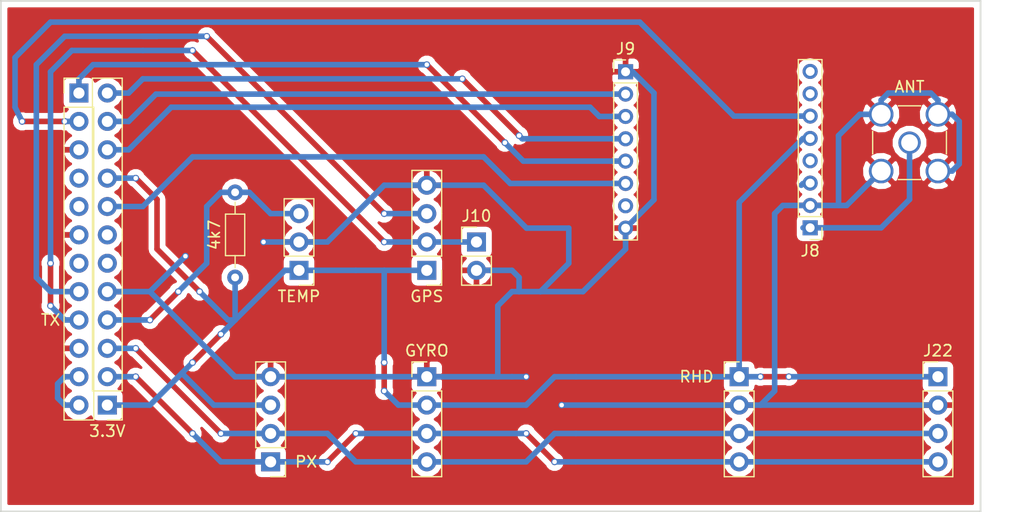
<source format=kicad_pcb>
(kicad_pcb (version 4) (host pcbnew 4.0.7)

  (general
    (links 47)
    (no_connects 0)
    (area 112.954999 78.664999 200.735001 124.535001)
    (thickness 1.6)
    (drawings 4)
    (tracks 223)
    (zones 0)
    (modules 13)
    (nets 26)
  )

  (page A4)
  (layers
    (0 F.Cu signal)
    (31 B.Cu signal)
    (32 B.Adhes user)
    (33 F.Adhes user)
    (34 B.Paste user)
    (35 F.Paste user)
    (36 B.SilkS user)
    (37 F.SilkS user)
    (38 B.Mask user)
    (39 F.Mask user)
    (40 Dwgs.User user)
    (41 Cmts.User user)
    (42 Eco1.User user)
    (43 Eco2.User user)
    (44 Edge.Cuts user)
    (45 Margin user)
    (46 B.CrtYd user)
    (47 F.CrtYd user)
    (48 B.Fab user)
    (49 F.Fab user)
  )

  (setup
    (last_trace_width 0.5)
    (trace_clearance 0.4)
    (zone_clearance 0.508)
    (zone_45_only no)
    (trace_min 0.2)
    (segment_width 0.2)
    (edge_width 0.15)
    (via_size 0.6)
    (via_drill 0.4)
    (via_min_size 0.4)
    (via_min_drill 0.3)
    (uvia_size 0.3)
    (uvia_drill 0.1)
    (uvias_allowed no)
    (uvia_min_size 0.2)
    (uvia_min_drill 0.1)
    (pcb_text_width 0.3)
    (pcb_text_size 1.5 1.5)
    (mod_edge_width 0.15)
    (mod_text_size 1 1)
    (mod_text_width 0.15)
    (pad_size 1.524 1.524)
    (pad_drill 0.762)
    (pad_to_mask_clearance 0.2)
    (aux_axis_origin 0 0)
    (visible_elements 7FFFFFFF)
    (pcbplotparams
      (layerselection 0x00030_80000001)
      (usegerberextensions false)
      (excludeedgelayer true)
      (linewidth 0.100000)
      (plotframeref false)
      (viasonmask false)
      (mode 1)
      (useauxorigin false)
      (hpglpennumber 1)
      (hpglpenspeed 20)
      (hpglpendiameter 15)
      (hpglpenoverlay 2)
      (psnegative false)
      (psa4output false)
      (plotreference true)
      (plotvalue true)
      (plotinvisibletext false)
      (padsonsilk false)
      (subtractmaskfromsilk false)
      (outputformat 1)
      (mirror false)
      (drillshape 1)
      (scaleselection 1)
      (outputdirectory ""))
  )

  (net 0 "")
  (net 1 GND)
  (net 2 /ANT)
  (net 3 /+3,3V)
  (net 4 /SDA)
  (net 5 /SCL)
  (net 6 /BCM4)
  (net 7 /BCM17)
  (net 8 /BCM27)
  (net 9 /BCM22)
  (net 10 /MOSI)
  (net 11 /MISO)
  (net 12 /SCLK)
  (net 13 /RX)
  (net 14 /TX)
  (net 15 "Net-(J8-Pad3)")
  (net 16 "Net-(J8-Pad4)")
  (net 17 /BCM25)
  (net 18 "Net-(J8-Pad7)")
  (net 19 "Net-(J8-Pad8)")
  (net 20 /CS0)
  (net 21 "Net-(J9-Pad7)")
  (net 22 /BCM24)
  (net 23 /BCM23)
  (net 24 /BCM18)
  (net 25 /+5V)

  (net_class Default "Dies ist die voreingestellte Netzklasse."
    (clearance 0.4)
    (trace_width 0.5)
    (via_dia 0.6)
    (via_drill 0.4)
    (uvia_dia 0.3)
    (uvia_drill 0.1)
    (add_net /+3,3V)
    (add_net /+5V)
    (add_net /ANT)
    (add_net /BCM17)
    (add_net /BCM18)
    (add_net /BCM22)
    (add_net /BCM23)
    (add_net /BCM24)
    (add_net /BCM25)
    (add_net /BCM27)
    (add_net /BCM4)
    (add_net /CS0)
    (add_net /MISO)
    (add_net /MOSI)
    (add_net /RX)
    (add_net /SCL)
    (add_net /SCLK)
    (add_net /SDA)
    (add_net /TX)
    (add_net GND)
    (add_net "Net-(J8-Pad3)")
    (add_net "Net-(J8-Pad4)")
    (add_net "Net-(J8-Pad7)")
    (add_net "Net-(J8-Pad8)")
    (add_net "Net-(J9-Pad7)")
  )

  (net_class POWER ""
    (clearance 0.4)
    (trace_width 0.75)
    (via_dia 0.6)
    (via_drill 0.4)
    (uvia_dia 0.3)
    (uvia_drill 0.1)
  )

  (module Socket_Strips:Socket_Strip_Straight_1x02_Pitch2.54mm (layer F.Cu) (tedit 58CD5446) (tstamp 5A9C474E)
    (at 155.575 100.33)
    (descr "Through hole straight socket strip, 1x02, 2.54mm pitch, single row")
    (tags "Through hole socket strip THT 1x02 2.54mm single row")
    (path /5A9C3FC7)
    (fp_text reference J10 (at 0 -2.33) (layer F.SilkS)
      (effects (font (size 1 1) (thickness 0.15)))
    )
    (fp_text value Conn_01x02_Female (at 0 4.87) (layer F.Fab)
      (effects (font (size 1 1) (thickness 0.15)))
    )
    (fp_line (start -1.27 -1.27) (end -1.27 3.81) (layer F.Fab) (width 0.1))
    (fp_line (start -1.27 3.81) (end 1.27 3.81) (layer F.Fab) (width 0.1))
    (fp_line (start 1.27 3.81) (end 1.27 -1.27) (layer F.Fab) (width 0.1))
    (fp_line (start 1.27 -1.27) (end -1.27 -1.27) (layer F.Fab) (width 0.1))
    (fp_line (start -1.33 1.27) (end -1.33 3.87) (layer F.SilkS) (width 0.12))
    (fp_line (start -1.33 3.87) (end 1.33 3.87) (layer F.SilkS) (width 0.12))
    (fp_line (start 1.33 3.87) (end 1.33 1.27) (layer F.SilkS) (width 0.12))
    (fp_line (start 1.33 1.27) (end -1.33 1.27) (layer F.SilkS) (width 0.12))
    (fp_line (start -1.33 0) (end -1.33 -1.33) (layer F.SilkS) (width 0.12))
    (fp_line (start -1.33 -1.33) (end 0 -1.33) (layer F.SilkS) (width 0.12))
    (fp_line (start -1.8 -1.8) (end -1.8 4.35) (layer F.CrtYd) (width 0.05))
    (fp_line (start -1.8 4.35) (end 1.8 4.35) (layer F.CrtYd) (width 0.05))
    (fp_line (start 1.8 4.35) (end 1.8 -1.8) (layer F.CrtYd) (width 0.05))
    (fp_line (start 1.8 -1.8) (end -1.8 -1.8) (layer F.CrtYd) (width 0.05))
    (fp_text user %R (at 0 -2.33) (layer F.Fab)
      (effects (font (size 1 1) (thickness 0.15)))
    )
    (pad 1 thru_hole rect (at 0 0) (size 1.7 1.7) (drill 1) (layers *.Cu *.Mask)
      (net 13 /RX))
    (pad 2 thru_hole oval (at 0 2.54) (size 1.7 1.7) (drill 1) (layers *.Cu *.Mask)
      (net 1 GND))
    (model ${KISYS3DMOD}/Socket_Strips.3dshapes/Socket_Strip_Straight_1x02_Pitch2.54mm.wrl
      (at (xyz 0 -0.05 0))
      (scale (xyz 1 1 1))
      (rotate (xyz 0 0 270))
    )
  )

  (module Socket_Strips:Socket_Strip_Straight_1x08_Pitch2.00mm (layer F.Cu) (tedit 58CD544D) (tstamp 5A886B09)
    (at 185.42 99.06 180)
    (descr "Through hole straight socket strip, 1x08, 2.00mm pitch, single row")
    (tags "Through hole socket strip THT 1x08 2.00mm single row")
    (path /5A392DA4)
    (fp_text reference J8 (at 0 -2.06 180) (layer F.SilkS)
      (effects (font (size 1 1) (thickness 0.15)))
    )
    (fp_text value Conn_01x08_Female (at 0 16.06 180) (layer F.Fab)
      (effects (font (size 1 1) (thickness 0.15)))
    )
    (fp_line (start -1 -1) (end -1 15) (layer F.Fab) (width 0.1))
    (fp_line (start -1 15) (end 1 15) (layer F.Fab) (width 0.1))
    (fp_line (start 1 15) (end 1 -1) (layer F.Fab) (width 0.1))
    (fp_line (start 1 -1) (end -1 -1) (layer F.Fab) (width 0.1))
    (fp_line (start -1.06 1) (end -1.06 15.06) (layer F.SilkS) (width 0.12))
    (fp_line (start -1.06 15.06) (end 1.06 15.06) (layer F.SilkS) (width 0.12))
    (fp_line (start 1.06 15.06) (end 1.06 1) (layer F.SilkS) (width 0.12))
    (fp_line (start 1.06 1) (end -1.06 1) (layer F.SilkS) (width 0.12))
    (fp_line (start -1.06 0) (end -1.06 -1.06) (layer F.SilkS) (width 0.12))
    (fp_line (start -1.06 -1.06) (end 0 -1.06) (layer F.SilkS) (width 0.12))
    (fp_line (start -1.5 -1.5) (end -1.5 15.5) (layer F.CrtYd) (width 0.05))
    (fp_line (start -1.5 15.5) (end 1.5 15.5) (layer F.CrtYd) (width 0.05))
    (fp_line (start 1.5 15.5) (end 1.5 -1.5) (layer F.CrtYd) (width 0.05))
    (fp_line (start 1.5 -1.5) (end -1.5 -1.5) (layer F.CrtYd) (width 0.05))
    (fp_text user %R (at 0 -2.06 180) (layer F.Fab)
      (effects (font (size 1 1) (thickness 0.15)))
    )
    (pad 1 thru_hole rect (at 0 0 180) (size 1.35 1.35) (drill 0.8) (layers *.Cu *.Mask)
      (net 2 /ANT))
    (pad 2 thru_hole oval (at 0 2 180) (size 1.35 1.35) (drill 0.8) (layers *.Cu *.Mask)
      (net 1 GND))
    (pad 3 thru_hole oval (at 0 4 180) (size 1.35 1.35) (drill 0.8) (layers *.Cu *.Mask)
      (net 15 "Net-(J8-Pad3)"))
    (pad 4 thru_hole oval (at 0 6 180) (size 1.35 1.35) (drill 0.8) (layers *.Cu *.Mask)
      (net 16 "Net-(J8-Pad4)"))
    (pad 5 thru_hole oval (at 0 8 180) (size 1.35 1.35) (drill 0.8) (layers *.Cu *.Mask)
      (net 3 /+3,3V))
    (pad 6 thru_hole oval (at 0 10 180) (size 1.35 1.35) (drill 0.8) (layers *.Cu *.Mask)
      (net 17 /BCM25))
    (pad 7 thru_hole oval (at 0 12 180) (size 1.35 1.35) (drill 0.8) (layers *.Cu *.Mask)
      (net 18 "Net-(J8-Pad7)"))
    (pad 8 thru_hole oval (at 0 14 180) (size 1.35 1.35) (drill 0.8) (layers *.Cu *.Mask)
      (net 19 "Net-(J8-Pad8)"))
    (model ${KISYS3DMOD}/Socket_Strips.3dshapes/Socket_Strip_Straight_1x08_Pitch2.00mm.wrl
      (at (xyz 0 0 0))
      (scale (xyz 1 1 1))
      (rotate (xyz 0 0 0))
    )
  )

  (module Socket_Strips:Socket_Strip_Straight_1x08_Pitch2.00mm (layer F.Cu) (tedit 58CD544D) (tstamp 5A9BEA8F)
    (at 168.91 85.09)
    (descr "Through hole straight socket strip, 1x08, 2.00mm pitch, single row")
    (tags "Through hole socket strip THT 1x08 2.00mm single row")
    (path /5A392E1F)
    (fp_text reference J9 (at 0 -2.06) (layer F.SilkS)
      (effects (font (size 1 1) (thickness 0.15)))
    )
    (fp_text value Conn_01x08_Female (at 0 16.06) (layer F.Fab)
      (effects (font (size 1 1) (thickness 0.15)))
    )
    (fp_line (start -1 -1) (end -1 15) (layer F.Fab) (width 0.1))
    (fp_line (start -1 15) (end 1 15) (layer F.Fab) (width 0.1))
    (fp_line (start 1 15) (end 1 -1) (layer F.Fab) (width 0.1))
    (fp_line (start 1 -1) (end -1 -1) (layer F.Fab) (width 0.1))
    (fp_line (start -1.06 1) (end -1.06 15.06) (layer F.SilkS) (width 0.12))
    (fp_line (start -1.06 15.06) (end 1.06 15.06) (layer F.SilkS) (width 0.12))
    (fp_line (start 1.06 15.06) (end 1.06 1) (layer F.SilkS) (width 0.12))
    (fp_line (start 1.06 1) (end -1.06 1) (layer F.SilkS) (width 0.12))
    (fp_line (start -1.06 0) (end -1.06 -1.06) (layer F.SilkS) (width 0.12))
    (fp_line (start -1.06 -1.06) (end 0 -1.06) (layer F.SilkS) (width 0.12))
    (fp_line (start -1.5 -1.5) (end -1.5 15.5) (layer F.CrtYd) (width 0.05))
    (fp_line (start -1.5 15.5) (end 1.5 15.5) (layer F.CrtYd) (width 0.05))
    (fp_line (start 1.5 15.5) (end 1.5 -1.5) (layer F.CrtYd) (width 0.05))
    (fp_line (start 1.5 -1.5) (end -1.5 -1.5) (layer F.CrtYd) (width 0.05))
    (fp_text user %R (at 0 -2.06) (layer F.Fab)
      (effects (font (size 1 1) (thickness 0.15)))
    )
    (pad 1 thru_hole rect (at 0 0) (size 1.35 1.35) (drill 0.8) (layers *.Cu *.Mask)
      (net 1 GND))
    (pad 2 thru_hole oval (at 0 2) (size 1.35 1.35) (drill 0.8) (layers *.Cu *.Mask)
      (net 11 /MISO))
    (pad 3 thru_hole oval (at 0 4) (size 1.35 1.35) (drill 0.8) (layers *.Cu *.Mask)
      (net 10 /MOSI))
    (pad 4 thru_hole oval (at 0 6) (size 1.35 1.35) (drill 0.8) (layers *.Cu *.Mask)
      (net 12 /SCLK))
    (pad 5 thru_hole oval (at 0 8) (size 1.35 1.35) (drill 0.8) (layers *.Cu *.Mask)
      (net 20 /CS0))
    (pad 6 thru_hole oval (at 0 10) (size 1.35 1.35) (drill 0.8) (layers *.Cu *.Mask)
      (net 9 /BCM22))
    (pad 7 thru_hole oval (at 0 12) (size 1.35 1.35) (drill 0.8) (layers *.Cu *.Mask)
      (net 21 "Net-(J9-Pad7)"))
    (pad 8 thru_hole oval (at 0 14) (size 1.35 1.35) (drill 0.8) (layers *.Cu *.Mask)
      (net 1 GND))
    (model ${KISYS3DMOD}/Socket_Strips.3dshapes/Socket_Strip_Straight_1x08_Pitch2.00mm.wrl
      (at (xyz 0 0 0))
      (scale (xyz 1 1 1))
      (rotate (xyz 0 0 0))
    )
  )

  (module Connectors:SMA_THT_Jack_Straight (layer F.Cu) (tedit 5A887721) (tstamp 5A886A74)
    (at 194.31 91.44)
    (descr "SMA pcb through hole jack")
    (tags "SMA THT Jack Straight")
    (path /5A58FC13)
    (fp_text reference ANT (at 0 -5) (layer F.SilkS)
      (effects (font (size 1 1) (thickness 0.15)))
    )
    (fp_text value Conn_Coaxial (at 0 5) (layer F.Fab)
      (effects (font (size 1 1) (thickness 0.15)))
    )
    (fp_line (start 2.03 -3.05) (end 3.05 -3.05) (layer F.Fab) (width 0.1))
    (fp_line (start -1 -3.3) (end 1 -3.3) (layer F.SilkS) (width 0.12))
    (fp_line (start -1 3.3) (end 1 3.3) (layer F.SilkS) (width 0.12))
    (fp_text user %R (at 0 -5) (layer F.Fab)
      (effects (font (size 1 1) (thickness 0.15)))
    )
    (fp_line (start 3.3 -1) (end 3.3 1) (layer F.SilkS) (width 0.12))
    (fp_line (start -3.3 -1) (end -3.3 1) (layer F.SilkS) (width 0.12))
    (fp_line (start 3.17 -3.17) (end 3.17 3.17) (layer F.Fab) (width 0.1))
    (fp_line (start -3.17 3.17) (end 3.17 3.17) (layer F.Fab) (width 0.1))
    (fp_line (start -3.17 -3.17) (end -3.17 3.17) (layer F.Fab) (width 0.1))
    (fp_line (start -3.17 -3.17) (end 3.17 -3.17) (layer F.Fab) (width 0.1))
    (fp_line (start -2.03 -3.05) (end -2.03 -2.03) (layer F.Fab) (width 0.1))
    (fp_line (start -3.05 -2.03) (end -2.03 -2.03) (layer F.Fab) (width 0.1))
    (fp_line (start -2.03 2.03) (end -2.03 3.05) (layer F.Fab) (width 0.1))
    (fp_line (start -3.05 2.03) (end -2.03 2.03) (layer F.Fab) (width 0.1))
    (fp_line (start 2.03 -3.05) (end 2.03 -2.03) (layer F.Fab) (width 0.1))
    (fp_line (start 2.03 -2.03) (end 3.05 -2.03) (layer F.Fab) (width 0.1))
    (fp_line (start 3.05 2.03) (end 2.03 2.03) (layer F.Fab) (width 0.1))
    (fp_line (start 2.03 2.03) (end 2.03 3.05) (layer F.Fab) (width 0.1))
    (fp_line (start -4.14 -4.14) (end 4.14 -4.14) (layer F.CrtYd) (width 0.05))
    (fp_line (start -4.14 -4.14) (end -4.14 4.14) (layer F.CrtYd) (width 0.05))
    (fp_line (start 4.14 4.14) (end 4.14 -4.14) (layer F.CrtYd) (width 0.05))
    (fp_line (start 4.14 4.14) (end -4.14 4.14) (layer F.CrtYd) (width 0.05))
    (fp_circle (center 0 0) (end 2.04 0) (layer F.Fab) (width 0.1))
    (fp_circle (center 0 0) (end 0.635 0) (layer F.Fab) (width 0.1))
    (fp_line (start 3.05 -3.05) (end 3.05 -2.03) (layer F.Fab) (width 0.1))
    (fp_line (start -3.05 -3.05) (end -3.05 -2.03) (layer F.Fab) (width 0.1))
    (fp_line (start -3.05 -3.05) (end -2.03 -3.05) (layer F.Fab) (width 0.1))
    (fp_line (start -3.05 3.05) (end -2.03 3.05) (layer F.Fab) (width 0.1))
    (fp_line (start -3.05 3.05) (end -3.05 2.03) (layer F.Fab) (width 0.1))
    (fp_line (start 3.05 2.03) (end 3.05 3.05) (layer F.Fab) (width 0.1))
    (fp_line (start 2.03 3.05) (end 3.05 3.05) (layer F.Fab) (width 0.1))
    (pad 2 thru_hole circle (at -2.54 2.54) (size 2.2 2.2) (drill 1.7) (layers *.Cu *.Mask)
      (net 1 GND))
    (pad 2 thru_hole circle (at -2.54 -2.54) (size 2.2 2.2) (drill 1.7) (layers *.Cu *.Mask)
      (net 1 GND))
    (pad 2 thru_hole circle (at 2.54 -2.54) (size 2.2 2.2) (drill 1.7) (layers *.Cu *.Mask)
      (net 1 GND))
    (pad 2 thru_hole circle (at 2.54 2.54) (size 2.2 2.2) (drill 1.7) (layers *.Cu *.Mask)
      (net 1 GND))
    (pad 1 thru_hole circle (at 0 0) (size 2 2) (drill 1.5) (layers *.Cu *.Mask)
      (net 2 /ANT))
  )

  (module Socket_Strips:Socket_Strip_Straight_1x12_Pitch2.54mm (layer F.Cu) (tedit 5A887B7D) (tstamp 5A886A93)
    (at 122.555 114.935 180)
    (descr "Through hole straight socket strip, 1x12, 2.54mm pitch, single row")
    (tags "Through hole socket strip THT 1x12 2.54mm single row")
    (path /5A4D3D7F)
    (fp_text reference 3.3V (at 0 -2.33 180) (layer F.SilkS)
      (effects (font (size 1 1) (thickness 0.15)))
    )
    (fp_text value Conn_01x12_Female (at 0 -4.445 180) (layer F.Fab)
      (effects (font (size 1 1) (thickness 0.15)))
    )
    (fp_line (start -1.27 -1.27) (end -1.27 29.21) (layer F.Fab) (width 0.1))
    (fp_line (start -1.27 29.21) (end 1.27 29.21) (layer F.Fab) (width 0.1))
    (fp_line (start 1.27 29.21) (end 1.27 -1.27) (layer F.Fab) (width 0.1))
    (fp_line (start 1.27 -1.27) (end -1.27 -1.27) (layer F.Fab) (width 0.1))
    (fp_line (start -1.33 1.27) (end -1.33 29.27) (layer F.SilkS) (width 0.12))
    (fp_line (start -1.33 29.27) (end 1.33 29.27) (layer F.SilkS) (width 0.12))
    (fp_line (start 1.33 29.27) (end 1.33 1.27) (layer F.SilkS) (width 0.12))
    (fp_line (start 1.33 1.27) (end -1.33 1.27) (layer F.SilkS) (width 0.12))
    (fp_line (start -1.33 0) (end -1.33 -1.33) (layer F.SilkS) (width 0.12))
    (fp_line (start -1.33 -1.33) (end 0 -1.33) (layer F.SilkS) (width 0.12))
    (fp_line (start -1.8 -1.8) (end -1.8 29.75) (layer F.CrtYd) (width 0.05))
    (fp_line (start -1.8 29.75) (end 1.8 29.75) (layer F.CrtYd) (width 0.05))
    (fp_line (start 1.8 29.75) (end 1.8 -1.8) (layer F.CrtYd) (width 0.05))
    (fp_line (start 1.8 -1.8) (end -1.8 -1.8) (layer F.CrtYd) (width 0.05))
    (fp_text user %R (at 0 -2.33 180) (layer F.Fab)
      (effects (font (size 1 1) (thickness 0.15)))
    )
    (pad 1 thru_hole rect (at 0 0 180) (size 1.7 1.7) (drill 1) (layers *.Cu *.Mask)
      (net 3 /+3,3V))
    (pad 2 thru_hole oval (at 0 2.54 180) (size 1.7 1.7) (drill 1) (layers *.Cu *.Mask)
      (net 4 /SDA))
    (pad 3 thru_hole oval (at 0 5.08 180) (size 1.7 1.7) (drill 1) (layers *.Cu *.Mask)
      (net 5 /SCL))
    (pad 4 thru_hole oval (at 0 7.62 180) (size 1.7 1.7) (drill 1) (layers *.Cu *.Mask)
      (net 6 /BCM4))
    (pad 5 thru_hole oval (at 0 10.16 180) (size 1.7 1.7) (drill 1) (layers *.Cu *.Mask)
      (net 1 GND))
    (pad 6 thru_hole oval (at 0 12.7 180) (size 1.7 1.7) (drill 1) (layers *.Cu *.Mask)
      (net 7 /BCM17))
    (pad 7 thru_hole oval (at 0 15.24 180) (size 1.7 1.7) (drill 1) (layers *.Cu *.Mask)
      (net 8 /BCM27))
    (pad 8 thru_hole oval (at 0 17.78 180) (size 1.7 1.7) (drill 1) (layers *.Cu *.Mask)
      (net 9 /BCM22))
    (pad 9 thru_hole oval (at 0 20.32 180) (size 1.7 1.7) (drill 1) (layers *.Cu *.Mask)
      (net 3 /+3,3V))
    (pad 10 thru_hole oval (at 0 22.86 180) (size 1.7 1.7) (drill 1) (layers *.Cu *.Mask)
      (net 10 /MOSI))
    (pad 11 thru_hole oval (at 0 25.4 180) (size 1.7 1.7) (drill 1) (layers *.Cu *.Mask)
      (net 11 /MISO))
    (pad 12 thru_hole oval (at 0 27.94 180) (size 1.7 1.7) (drill 1) (layers *.Cu *.Mask)
      (net 12 /SCLK))
    (model ${KISYS3DMOD}/Socket_Strips.3dshapes/Socket_Strip_Straight_1x12_Pitch2.54mm.wrl
      (at (xyz 0 -0.55 0))
      (scale (xyz 1 1 1))
      (rotate (xyz 0 0 270))
    )
  )

  (module Socket_Strips:Socket_Strip_Straight_1x04_Pitch2.54mm (layer F.Cu) (tedit 5A887015) (tstamp 5A886AAA)
    (at 179.07 112.395)
    (descr "Through hole straight socket strip, 1x04, 2.54mm pitch, single row")
    (tags "Through hole socket strip THT 1x04 2.54mm single row")
    (path /5A391D1D)
    (fp_text reference RHD (at -3.81 0) (layer F.SilkS)
      (effects (font (size 1 1) (thickness 0.15)))
    )
    (fp_text value Conn_01x04_Female (at 0 9.95) (layer F.Fab)
      (effects (font (size 1 1) (thickness 0.15)))
    )
    (fp_line (start -1.27 -1.27) (end -1.27 8.89) (layer F.Fab) (width 0.1))
    (fp_line (start -1.27 8.89) (end 1.27 8.89) (layer F.Fab) (width 0.1))
    (fp_line (start 1.27 8.89) (end 1.27 -1.27) (layer F.Fab) (width 0.1))
    (fp_line (start 1.27 -1.27) (end -1.27 -1.27) (layer F.Fab) (width 0.1))
    (fp_line (start -1.33 1.27) (end -1.33 8.95) (layer F.SilkS) (width 0.12))
    (fp_line (start -1.33 8.95) (end 1.33 8.95) (layer F.SilkS) (width 0.12))
    (fp_line (start 1.33 8.95) (end 1.33 1.27) (layer F.SilkS) (width 0.12))
    (fp_line (start 1.33 1.27) (end -1.33 1.27) (layer F.SilkS) (width 0.12))
    (fp_line (start -1.33 0) (end -1.33 -1.33) (layer F.SilkS) (width 0.12))
    (fp_line (start -1.33 -1.33) (end 0 -1.33) (layer F.SilkS) (width 0.12))
    (fp_line (start -1.8 -1.8) (end -1.8 9.4) (layer F.CrtYd) (width 0.05))
    (fp_line (start -1.8 9.4) (end 1.8 9.4) (layer F.CrtYd) (width 0.05))
    (fp_line (start 1.8 9.4) (end 1.8 -1.8) (layer F.CrtYd) (width 0.05))
    (fp_line (start 1.8 -1.8) (end -1.8 -1.8) (layer F.CrtYd) (width 0.05))
    (fp_text user %R (at 0 -2.33) (layer F.Fab)
      (effects (font (size 1 1) (thickness 0.15)))
    )
    (pad 1 thru_hole rect (at 0 0) (size 1.7 1.7) (drill 1) (layers *.Cu *.Mask)
      (net 3 /+3,3V))
    (pad 2 thru_hole oval (at 0 2.54) (size 1.7 1.7) (drill 1) (layers *.Cu *.Mask)
      (net 1 GND))
    (pad 3 thru_hole oval (at 0 5.08) (size 1.7 1.7) (drill 1) (layers *.Cu *.Mask)
      (net 5 /SCL))
    (pad 4 thru_hole oval (at 0 7.62) (size 1.7 1.7) (drill 1) (layers *.Cu *.Mask)
      (net 4 /SDA))
    (model ${KISYS3DMOD}/Socket_Strips.3dshapes/Socket_Strip_Straight_1x04_Pitch2.54mm.wrl
      (at (xyz 0 -0.15 0))
      (scale (xyz 1 1 1))
      (rotate (xyz 0 0 270))
    )
  )

  (module Socket_Strips:Socket_Strip_Straight_1x04_Pitch2.54mm (layer F.Cu) (tedit 5A886E5B) (tstamp 5A886AC1)
    (at 151.13 112.395)
    (descr "Through hole straight socket strip, 1x04, 2.54mm pitch, single row")
    (tags "Through hole socket strip THT 1x04 2.54mm single row")
    (path /5A392061)
    (fp_text reference GYRO (at 0 -2.33) (layer F.SilkS)
      (effects (font (size 1 1) (thickness 0.15)))
    )
    (fp_text value Conn_01x04_Female (at 0 9.95) (layer F.Fab)
      (effects (font (size 1 1) (thickness 0.15)))
    )
    (fp_line (start -1.27 -1.27) (end -1.27 8.89) (layer F.Fab) (width 0.1))
    (fp_line (start -1.27 8.89) (end 1.27 8.89) (layer F.Fab) (width 0.1))
    (fp_line (start 1.27 8.89) (end 1.27 -1.27) (layer F.Fab) (width 0.1))
    (fp_line (start 1.27 -1.27) (end -1.27 -1.27) (layer F.Fab) (width 0.1))
    (fp_line (start -1.33 1.27) (end -1.33 8.95) (layer F.SilkS) (width 0.12))
    (fp_line (start -1.33 8.95) (end 1.33 8.95) (layer F.SilkS) (width 0.12))
    (fp_line (start 1.33 8.95) (end 1.33 1.27) (layer F.SilkS) (width 0.12))
    (fp_line (start 1.33 1.27) (end -1.33 1.27) (layer F.SilkS) (width 0.12))
    (fp_line (start -1.33 0) (end -1.33 -1.33) (layer F.SilkS) (width 0.12))
    (fp_line (start -1.33 -1.33) (end 0 -1.33) (layer F.SilkS) (width 0.12))
    (fp_line (start -1.8 -1.8) (end -1.8 9.4) (layer F.CrtYd) (width 0.05))
    (fp_line (start -1.8 9.4) (end 1.8 9.4) (layer F.CrtYd) (width 0.05))
    (fp_line (start 1.8 9.4) (end 1.8 -1.8) (layer F.CrtYd) (width 0.05))
    (fp_line (start 1.8 -1.8) (end -1.8 -1.8) (layer F.CrtYd) (width 0.05))
    (fp_text user %R (at -4.445 0) (layer F.Fab)
      (effects (font (size 1 1) (thickness 0.15)))
    )
    (pad 1 thru_hole rect (at 0 0) (size 1.7 1.7) (drill 1) (layers *.Cu *.Mask)
      (net 1 GND))
    (pad 2 thru_hole oval (at 0 2.54) (size 1.7 1.7) (drill 1) (layers *.Cu *.Mask)
      (net 3 /+3,3V))
    (pad 3 thru_hole oval (at 0 5.08) (size 1.7 1.7) (drill 1) (layers *.Cu *.Mask)
      (net 4 /SDA))
    (pad 4 thru_hole oval (at 0 7.62) (size 1.7 1.7) (drill 1) (layers *.Cu *.Mask)
      (net 5 /SCL))
    (model ${KISYS3DMOD}/Socket_Strips.3dshapes/Socket_Strip_Straight_1x04_Pitch2.54mm.wrl
      (at (xyz 0 -0.15 0))
      (scale (xyz 1 1 1))
      (rotate (xyz 0 0 270))
    )
  )

  (module Socket_Strips:Socket_Strip_Straight_1x04_Pitch2.54mm (layer F.Cu) (tedit 5A8869A2) (tstamp 5A886AD8)
    (at 151.13 102.87 180)
    (descr "Through hole straight socket strip, 1x04, 2.54mm pitch, single row")
    (tags "Through hole socket strip THT 1x04 2.54mm single row")
    (path /5A39251D)
    (fp_text reference GPS (at 0 -2.33 180) (layer F.SilkS)
      (effects (font (size 1 1) (thickness 0.15)))
    )
    (fp_text value Conn_01x04_Female (at 0 9.95 180) (layer F.Fab)
      (effects (font (size 1 1) (thickness 0.15)))
    )
    (fp_line (start -1.27 -1.27) (end -1.27 8.89) (layer F.Fab) (width 0.1))
    (fp_line (start -1.27 8.89) (end 1.27 8.89) (layer F.Fab) (width 0.1))
    (fp_line (start 1.27 8.89) (end 1.27 -1.27) (layer F.Fab) (width 0.1))
    (fp_line (start 1.27 -1.27) (end -1.27 -1.27) (layer F.Fab) (width 0.1))
    (fp_line (start -1.33 1.27) (end -1.33 8.95) (layer F.SilkS) (width 0.12))
    (fp_line (start -1.33 8.95) (end 1.33 8.95) (layer F.SilkS) (width 0.12))
    (fp_line (start 1.33 8.95) (end 1.33 1.27) (layer F.SilkS) (width 0.12))
    (fp_line (start 1.33 1.27) (end -1.33 1.27) (layer F.SilkS) (width 0.12))
    (fp_line (start -1.33 0) (end -1.33 -1.33) (layer F.SilkS) (width 0.12))
    (fp_line (start -1.33 -1.33) (end 0 -1.33) (layer F.SilkS) (width 0.12))
    (fp_line (start -1.8 -1.8) (end -1.8 9.4) (layer F.CrtYd) (width 0.05))
    (fp_line (start -1.8 9.4) (end 1.8 9.4) (layer F.CrtYd) (width 0.05))
    (fp_line (start 1.8 9.4) (end 1.8 -1.8) (layer F.CrtYd) (width 0.05))
    (fp_line (start 1.8 -1.8) (end -1.8 -1.8) (layer F.CrtYd) (width 0.05))
    (fp_text user %R (at 0 -2.33 180) (layer F.Fab)
      (effects (font (size 1 1) (thickness 0.15)))
    )
    (pad 1 thru_hole rect (at 0 0 180) (size 1.7 1.7) (drill 1) (layers *.Cu *.Mask)
      (net 3 /+3,3V))
    (pad 2 thru_hole oval (at 0 2.54 180) (size 1.7 1.7) (drill 1) (layers *.Cu *.Mask)
      (net 13 /RX))
    (pad 3 thru_hole oval (at 0 5.08 180) (size 1.7 1.7) (drill 1) (layers *.Cu *.Mask)
      (net 14 /TX))
    (pad 4 thru_hole oval (at 0 7.62 180) (size 1.7 1.7) (drill 1) (layers *.Cu *.Mask)
      (net 1 GND))
    (model ${KISYS3DMOD}/Socket_Strips.3dshapes/Socket_Strip_Straight_1x04_Pitch2.54mm.wrl
      (at (xyz 0 -0.15 0))
      (scale (xyz 1 1 1))
      (rotate (xyz 0 0 270))
    )
  )

  (module Socket_Strips:Socket_Strip_Straight_1x03_Pitch2.54mm (layer F.Cu) (tedit 5A8876E7) (tstamp 5A886AEE)
    (at 139.7 102.87 180)
    (descr "Through hole straight socket strip, 1x03, 2.54mm pitch, single row")
    (tags "Through hole socket strip THT 1x03 2.54mm single row")
    (path /5A392805)
    (fp_text reference TEMP (at 0 -2.33 180) (layer F.SilkS)
      (effects (font (size 1 1) (thickness 0.15)))
    )
    (fp_text value Conn_01x03_Female (at 0 7.41 180) (layer F.Fab)
      (effects (font (size 1 1) (thickness 0.15)))
    )
    (fp_line (start -1.27 -1.27) (end -1.27 6.35) (layer F.Fab) (width 0.1))
    (fp_line (start -1.27 6.35) (end 1.27 6.35) (layer F.Fab) (width 0.1))
    (fp_line (start 1.27 6.35) (end 1.27 -1.27) (layer F.Fab) (width 0.1))
    (fp_line (start 1.27 -1.27) (end -1.27 -1.27) (layer F.Fab) (width 0.1))
    (fp_line (start -1.33 1.27) (end -1.33 6.41) (layer F.SilkS) (width 0.12))
    (fp_line (start -1.33 6.41) (end 1.33 6.41) (layer F.SilkS) (width 0.12))
    (fp_line (start 1.33 6.41) (end 1.33 1.27) (layer F.SilkS) (width 0.12))
    (fp_line (start 1.33 1.27) (end -1.33 1.27) (layer F.SilkS) (width 0.12))
    (fp_line (start -1.33 0) (end -1.33 -1.33) (layer F.SilkS) (width 0.12))
    (fp_line (start -1.33 -1.33) (end 0 -1.33) (layer F.SilkS) (width 0.12))
    (fp_line (start -1.8 -1.8) (end -1.8 6.85) (layer F.CrtYd) (width 0.05))
    (fp_line (start -1.8 6.85) (end 1.8 6.85) (layer F.CrtYd) (width 0.05))
    (fp_line (start 1.8 6.85) (end 1.8 -1.8) (layer F.CrtYd) (width 0.05))
    (fp_line (start 1.8 -1.8) (end -1.8 -1.8) (layer F.CrtYd) (width 0.05))
    (fp_text user %R (at 0 -2.33 180) (layer F.Fab)
      (effects (font (size 1 1) (thickness 0.15)))
    )
    (pad 1 thru_hole rect (at 0 0 180) (size 1.7 1.7) (drill 1) (layers *.Cu *.Mask)
      (net 3 /+3,3V))
    (pad 2 thru_hole oval (at 0 2.54 180) (size 1.7 1.7) (drill 1) (layers *.Cu *.Mask)
      (net 1 GND))
    (pad 3 thru_hole oval (at 0 5.08 180) (size 1.7 1.7) (drill 1) (layers *.Cu *.Mask)
      (net 6 /BCM4))
    (model ${KISYS3DMOD}/Socket_Strips.3dshapes/Socket_Strip_Straight_1x03_Pitch2.54mm.wrl
      (at (xyz 0 -0.1 0))
      (scale (xyz 1 1 1))
      (rotate (xyz 0 0 270))
    )
  )

  (module Socket_Strips:Socket_Strip_Straight_1x12_Pitch2.54mm (layer F.Cu) (tedit 5A887B83) (tstamp 5A886B57)
    (at 120.015 86.995)
    (descr "Through hole straight socket strip, 1x12, 2.54mm pitch, single row")
    (tags "Through hole socket strip THT 1x12 2.54mm single row")
    (path /5A4D3DD6)
    (fp_text reference TX (at -2.54 20.32) (layer F.SilkS)
      (effects (font (size 1 1) (thickness 0.15)))
    )
    (fp_text value Conn_01x12_Female (at 2.54 31.115) (layer F.Fab)
      (effects (font (size 1 1) (thickness 0.15)))
    )
    (fp_line (start -1.27 -1.27) (end -1.27 29.21) (layer F.Fab) (width 0.1))
    (fp_line (start -1.27 29.21) (end 1.27 29.21) (layer F.Fab) (width 0.1))
    (fp_line (start 1.27 29.21) (end 1.27 -1.27) (layer F.Fab) (width 0.1))
    (fp_line (start 1.27 -1.27) (end -1.27 -1.27) (layer F.Fab) (width 0.1))
    (fp_line (start -1.33 1.27) (end -1.33 29.27) (layer F.SilkS) (width 0.12))
    (fp_line (start -1.33 29.27) (end 1.33 29.27) (layer F.SilkS) (width 0.12))
    (fp_line (start 1.33 29.27) (end 1.33 1.27) (layer F.SilkS) (width 0.12))
    (fp_line (start 1.33 1.27) (end -1.33 1.27) (layer F.SilkS) (width 0.12))
    (fp_line (start -1.33 0) (end -1.33 -1.33) (layer F.SilkS) (width 0.12))
    (fp_line (start -1.33 -1.33) (end 0 -1.33) (layer F.SilkS) (width 0.12))
    (fp_line (start -1.8 -1.8) (end -1.8 29.75) (layer F.CrtYd) (width 0.05))
    (fp_line (start -1.8 29.75) (end 1.8 29.75) (layer F.CrtYd) (width 0.05))
    (fp_line (start 1.8 29.75) (end 1.8 -1.8) (layer F.CrtYd) (width 0.05))
    (fp_line (start 1.8 -1.8) (end -1.8 -1.8) (layer F.CrtYd) (width 0.05))
    (fp_text user %R (at 0 -2.33) (layer F.Fab)
      (effects (font (size 1 1) (thickness 0.15)))
    )
    (pad 1 thru_hole rect (at 0 0) (size 1.7 1.7) (drill 1) (layers *.Cu *.Mask)
      (net 20 /CS0))
    (pad 2 thru_hole oval (at 0 2.54) (size 1.7 1.7) (drill 1) (layers *.Cu *.Mask)
      (net 17 /BCM25))
    (pad 3 thru_hole oval (at 0 5.08) (size 1.7 1.7) (drill 1) (layers *.Cu *.Mask)
      (net 1 GND))
    (pad 4 thru_hole oval (at 0 7.62) (size 1.7 1.7) (drill 1) (layers *.Cu *.Mask)
      (net 22 /BCM24))
    (pad 5 thru_hole oval (at 0 10.16) (size 1.7 1.7) (drill 1) (layers *.Cu *.Mask)
      (net 23 /BCM23))
    (pad 6 thru_hole oval (at 0 12.7) (size 1.7 1.7) (drill 1) (layers *.Cu *.Mask)
      (net 1 GND))
    (pad 7 thru_hole oval (at 0 15.24) (size 1.7 1.7) (drill 1) (layers *.Cu *.Mask)
      (net 24 /BCM18))
    (pad 8 thru_hole oval (at 0 17.78) (size 1.7 1.7) (drill 1) (layers *.Cu *.Mask)
      (net 14 /TX))
    (pad 9 thru_hole oval (at 0 20.32) (size 1.7 1.7) (drill 1) (layers *.Cu *.Mask)
      (net 13 /RX))
    (pad 10 thru_hole oval (at 0 22.86) (size 1.7 1.7) (drill 1) (layers *.Cu *.Mask)
      (net 1 GND))
    (pad 11 thru_hole oval (at 0 25.4) (size 1.7 1.7) (drill 1) (layers *.Cu *.Mask)
      (net 25 /+5V))
    (pad 12 thru_hole oval (at 0 27.94) (size 1.7 1.7) (drill 1) (layers *.Cu *.Mask)
      (net 25 /+5V))
    (model ${KISYS3DMOD}/Socket_Strips.3dshapes/Socket_Strip_Straight_1x12_Pitch2.54mm.wrl
      (at (xyz 0 -0.55 0))
      (scale (xyz 1 1 1))
      (rotate (xyz 0 0 270))
    )
  )

  (module Socket_Strips:Socket_Strip_Straight_1x04_Pitch2.54mm (layer F.Cu) (tedit 5A886DF2) (tstamp 5A886B6E)
    (at 137.16 120.015 180)
    (descr "Through hole straight socket strip, 1x04, 2.54mm pitch, single row")
    (tags "Through hole socket strip THT 1x04 2.54mm single row")
    (path /5A4D236D)
    (fp_text reference PX (at -3.175 0 180) (layer F.SilkS)
      (effects (font (size 1 1) (thickness 0.15)))
    )
    (fp_text value Conn_01x04_Female (at 0 9.95 180) (layer F.Fab)
      (effects (font (size 1 1) (thickness 0.15)))
    )
    (fp_line (start -1.27 -1.27) (end -1.27 8.89) (layer F.Fab) (width 0.1))
    (fp_line (start -1.27 8.89) (end 1.27 8.89) (layer F.Fab) (width 0.1))
    (fp_line (start 1.27 8.89) (end 1.27 -1.27) (layer F.Fab) (width 0.1))
    (fp_line (start 1.27 -1.27) (end -1.27 -1.27) (layer F.Fab) (width 0.1))
    (fp_line (start -1.33 1.27) (end -1.33 8.95) (layer F.SilkS) (width 0.12))
    (fp_line (start -1.33 8.95) (end 1.33 8.95) (layer F.SilkS) (width 0.12))
    (fp_line (start 1.33 8.95) (end 1.33 1.27) (layer F.SilkS) (width 0.12))
    (fp_line (start 1.33 1.27) (end -1.33 1.27) (layer F.SilkS) (width 0.12))
    (fp_line (start -1.33 0) (end -1.33 -1.33) (layer F.SilkS) (width 0.12))
    (fp_line (start -1.33 -1.33) (end 0 -1.33) (layer F.SilkS) (width 0.12))
    (fp_line (start -1.8 -1.8) (end -1.8 9.4) (layer F.CrtYd) (width 0.05))
    (fp_line (start -1.8 9.4) (end 1.8 9.4) (layer F.CrtYd) (width 0.05))
    (fp_line (start 1.8 9.4) (end 1.8 -1.8) (layer F.CrtYd) (width 0.05))
    (fp_line (start 1.8 -1.8) (end -1.8 -1.8) (layer F.CrtYd) (width 0.05))
    (fp_text user %R (at 0 -2.33 180) (layer F.Fab)
      (effects (font (size 1 1) (thickness 0.15)))
    )
    (pad 1 thru_hole rect (at 0 0 180) (size 1.7 1.7) (drill 1) (layers *.Cu *.Mask)
      (net 4 /SDA))
    (pad 2 thru_hole oval (at 0 2.54 180) (size 1.7 1.7) (drill 1) (layers *.Cu *.Mask)
      (net 5 /SCL))
    (pad 3 thru_hole oval (at 0 5.08 180) (size 1.7 1.7) (drill 1) (layers *.Cu *.Mask)
      (net 3 /+3,3V))
    (pad 4 thru_hole oval (at 0 7.62 180) (size 1.7 1.7) (drill 1) (layers *.Cu *.Mask)
      (net 1 GND))
    (model ${KISYS3DMOD}/Socket_Strips.3dshapes/Socket_Strip_Straight_1x04_Pitch2.54mm.wrl
      (at (xyz 0 -0.15 0))
      (scale (xyz 1 1 1))
      (rotate (xyz 0 0 270))
    )
  )

  (module Resistors_THT:R_Axial_DIN0204_L3.6mm_D1.6mm_P7.62mm_Horizontal (layer F.Cu) (tedit 5A887734) (tstamp 5A886B84)
    (at 133.985 103.505 90)
    (descr "Resistor, Axial_DIN0204 series, Axial, Horizontal, pin pitch=7.62mm, 0.16666666666666666W = 1/6W, length*diameter=3.6*1.6mm^2, http://cdn-reichelt.de/documents/datenblatt/B400/1_4W%23YAG.pdf")
    (tags "Resistor Axial_DIN0204 series Axial Horizontal pin pitch 7.62mm 0.16666666666666666W = 1/6W length 3.6mm diameter 1.6mm")
    (path /5A392AA3)
    (fp_text reference 4k7 (at 3.81 -1.86 90) (layer F.SilkS)
      (effects (font (size 1 1) (thickness 0.15)))
    )
    (fp_text value 4k7 (at 3.81 1.86 90) (layer F.Fab)
      (effects (font (size 1 1) (thickness 0.15)))
    )
    (fp_line (start 2.01 -0.8) (end 2.01 0.8) (layer F.Fab) (width 0.1))
    (fp_line (start 2.01 0.8) (end 5.61 0.8) (layer F.Fab) (width 0.1))
    (fp_line (start 5.61 0.8) (end 5.61 -0.8) (layer F.Fab) (width 0.1))
    (fp_line (start 5.61 -0.8) (end 2.01 -0.8) (layer F.Fab) (width 0.1))
    (fp_line (start 0 0) (end 2.01 0) (layer F.Fab) (width 0.1))
    (fp_line (start 7.62 0) (end 5.61 0) (layer F.Fab) (width 0.1))
    (fp_line (start 1.95 -0.86) (end 1.95 0.86) (layer F.SilkS) (width 0.12))
    (fp_line (start 1.95 0.86) (end 5.67 0.86) (layer F.SilkS) (width 0.12))
    (fp_line (start 5.67 0.86) (end 5.67 -0.86) (layer F.SilkS) (width 0.12))
    (fp_line (start 5.67 -0.86) (end 1.95 -0.86) (layer F.SilkS) (width 0.12))
    (fp_line (start 0.88 0) (end 1.95 0) (layer F.SilkS) (width 0.12))
    (fp_line (start 6.74 0) (end 5.67 0) (layer F.SilkS) (width 0.12))
    (fp_line (start -0.95 -1.15) (end -0.95 1.15) (layer F.CrtYd) (width 0.05))
    (fp_line (start -0.95 1.15) (end 8.6 1.15) (layer F.CrtYd) (width 0.05))
    (fp_line (start 8.6 1.15) (end 8.6 -1.15) (layer F.CrtYd) (width 0.05))
    (fp_line (start 8.6 -1.15) (end -0.95 -1.15) (layer F.CrtYd) (width 0.05))
    (pad 1 thru_hole circle (at 0 0 90) (size 1.4 1.4) (drill 0.7) (layers *.Cu *.Mask)
      (net 3 /+3,3V))
    (pad 2 thru_hole oval (at 7.62 0 90) (size 1.4 1.4) (drill 0.7) (layers *.Cu *.Mask)
      (net 6 /BCM4))
    (model ${KISYS3DMOD}/Resistors_THT.3dshapes/R_Axial_DIN0204_L3.6mm_D1.6mm_P7.62mm_Horizontal.wrl
      (at (xyz 0 0 0))
      (scale (xyz 0.393701 0.393701 0.393701))
      (rotate (xyz 0 0 0))
    )
  )

  (module Socket_Strips:Socket_Strip_Straight_1x04_Pitch2.54mm (layer F.Cu) (tedit 58CD5446) (tstamp 5A9C476E)
    (at 196.85 112.395)
    (descr "Through hole straight socket strip, 1x04, 2.54mm pitch, single row")
    (tags "Through hole socket strip THT 1x04 2.54mm single row")
    (path /5A9C46D2)
    (fp_text reference J22 (at 0 -2.33) (layer F.SilkS)
      (effects (font (size 1 1) (thickness 0.15)))
    )
    (fp_text value Conn_01x04_Female (at 0 9.95) (layer F.Fab)
      (effects (font (size 1 1) (thickness 0.15)))
    )
    (fp_line (start -1.27 -1.27) (end -1.27 8.89) (layer F.Fab) (width 0.1))
    (fp_line (start -1.27 8.89) (end 1.27 8.89) (layer F.Fab) (width 0.1))
    (fp_line (start 1.27 8.89) (end 1.27 -1.27) (layer F.Fab) (width 0.1))
    (fp_line (start 1.27 -1.27) (end -1.27 -1.27) (layer F.Fab) (width 0.1))
    (fp_line (start -1.33 1.27) (end -1.33 8.95) (layer F.SilkS) (width 0.12))
    (fp_line (start -1.33 8.95) (end 1.33 8.95) (layer F.SilkS) (width 0.12))
    (fp_line (start 1.33 8.95) (end 1.33 1.27) (layer F.SilkS) (width 0.12))
    (fp_line (start 1.33 1.27) (end -1.33 1.27) (layer F.SilkS) (width 0.12))
    (fp_line (start -1.33 0) (end -1.33 -1.33) (layer F.SilkS) (width 0.12))
    (fp_line (start -1.33 -1.33) (end 0 -1.33) (layer F.SilkS) (width 0.12))
    (fp_line (start -1.8 -1.8) (end -1.8 9.4) (layer F.CrtYd) (width 0.05))
    (fp_line (start -1.8 9.4) (end 1.8 9.4) (layer F.CrtYd) (width 0.05))
    (fp_line (start 1.8 9.4) (end 1.8 -1.8) (layer F.CrtYd) (width 0.05))
    (fp_line (start 1.8 -1.8) (end -1.8 -1.8) (layer F.CrtYd) (width 0.05))
    (fp_text user %R (at 0 -2.33) (layer F.Fab)
      (effects (font (size 1 1) (thickness 0.15)))
    )
    (pad 1 thru_hole rect (at 0 0) (size 1.7 1.7) (drill 1) (layers *.Cu *.Mask)
      (net 3 /+3,3V))
    (pad 2 thru_hole oval (at 0 2.54) (size 1.7 1.7) (drill 1) (layers *.Cu *.Mask)
      (net 1 GND))
    (pad 3 thru_hole oval (at 0 5.08) (size 1.7 1.7) (drill 1) (layers *.Cu *.Mask)
      (net 5 /SCL))
    (pad 4 thru_hole oval (at 0 7.62) (size 1.7 1.7) (drill 1) (layers *.Cu *.Mask)
      (net 4 /SDA))
    (model ${KISYS3DMOD}/Socket_Strips.3dshapes/Socket_Strip_Straight_1x04_Pitch2.54mm.wrl
      (at (xyz 0 -0.15 0))
      (scale (xyz 1 1 1))
      (rotate (xyz 0 0 270))
    )
  )

  (gr_line (start 113.03 124.46) (end 113.03 78.74) (angle 90) (layer Edge.Cuts) (width 0.15))
  (gr_line (start 200.66 124.46) (end 113.03 124.46) (angle 90) (layer Edge.Cuts) (width 0.15))
  (gr_line (start 200.66 78.74) (end 200.66 124.46) (angle 90) (layer Edge.Cuts) (width 0.15))
  (gr_line (start 113.03 78.74) (end 200.66 78.74) (angle 90) (layer Edge.Cuts) (width 0.15))

  (segment (start 180.975 114.935) (end 196.85 114.935) (width 0.5) (layer B.Cu) (net 1))
  (segment (start 159.385 104.775) (end 158.75 104.775) (width 0.5) (layer B.Cu) (net 1))
  (segment (start 157.48 106.045) (end 157.48 112.395) (width 0.5) (layer B.Cu) (net 1) (tstamp 5A9C47CB))
  (segment (start 158.75 104.775) (end 157.48 106.045) (width 0.5) (layer B.Cu) (net 1) (tstamp 5A9C47CA))
  (segment (start 155.575 102.87) (end 158.75 102.87) (width 0.5) (layer B.Cu) (net 1))
  (segment (start 159.385 103.505) (end 159.385 104.775) (width 0.5) (layer B.Cu) (net 1) (tstamp 5A9C47C4))
  (segment (start 158.75 102.87) (end 159.385 103.505) (width 0.5) (layer B.Cu) (net 1) (tstamp 5A9C47C3))
  (segment (start 151.13 112.395) (end 157.48 112.395) (width 0.5) (layer B.Cu) (net 1))
  (segment (start 157.48 112.395) (end 158.75 112.395) (width 0.5) (layer B.Cu) (net 1) (tstamp 5A9C47CE))
  (via (at 163.195 114.935) (size 0.6) (drill 0.4) (layers F.Cu B.Cu) (net 1))
  (segment (start 162.56 114.935) (end 163.195 114.935) (width 0.5) (layer F.Cu) (net 1) (tstamp 5A9BF4E8))
  (segment (start 160.02 112.395) (end 162.56 114.935) (width 0.5) (layer F.Cu) (net 1) (tstamp 5A9BF4E7))
  (via (at 160.02 112.395) (size 0.6) (drill 0.4) (layers F.Cu B.Cu) (net 1))
  (segment (start 158.75 112.395) (end 160.02 112.395) (width 0.5) (layer B.Cu) (net 1) (tstamp 5A9BF4F4))
  (segment (start 163.195 114.935) (end 179.07 114.935) (width 0.5) (layer B.Cu) (net 1) (tstamp 5A9BF4EB))
  (segment (start 168.91 85.09) (end 169.545 85.09) (width 0.5) (layer B.Cu) (net 1))
  (segment (start 169.545 85.09) (end 171.45 86.995) (width 0.5) (layer B.Cu) (net 1) (tstamp 5A9BEE67))
  (segment (start 171.45 86.995) (end 171.45 96.55) (width 0.5) (layer B.Cu) (net 1) (tstamp 5A9BEE69))
  (segment (start 171.45 96.55) (end 168.91 99.09) (width 0.5) (layer B.Cu) (net 1) (tstamp 5A9BEE6A))
  (segment (start 168.91 100.965) (end 168.91 99.09) (width 0.5) (layer B.Cu) (net 1) (tstamp 5A9BEE63))
  (segment (start 156.21 95.25) (end 160.05 99.09) (width 0.5) (layer B.Cu) (net 1) (tstamp 5A887589))
  (segment (start 151.13 95.25) (end 156.21 95.25) (width 0.5) (layer B.Cu) (net 1))
  (segment (start 160.05 99.09) (end 163.83 99.09) (width 0.5) (layer B.Cu) (net 1) (tstamp 5A88758F))
  (segment (start 196.85 88.9) (end 198.12 88.9) (width 0.5) (layer B.Cu) (net 1))
  (segment (start 198.12 88.9) (end 198.755 89.535) (width 0.5) (layer B.Cu) (net 1) (tstamp 5A9BEBD1))
  (segment (start 198.755 89.535) (end 198.755 93.345) (width 0.5) (layer B.Cu) (net 1) (tstamp 5A9BEBD2))
  (segment (start 198.755 93.345) (end 198.12 93.98) (width 0.5) (layer B.Cu) (net 1) (tstamp 5A9BEBD3))
  (segment (start 198.12 93.98) (end 196.85 93.98) (width 0.5) (layer B.Cu) (net 1) (tstamp 5A9BEBD4))
  (segment (start 191.77 88.9) (end 191.77 87.63) (width 0.5) (layer B.Cu) (net 1))
  (segment (start 196.85 87.63) (end 196.85 88.9) (width 0.5) (layer B.Cu) (net 1) (tstamp 5A9BEBCE))
  (segment (start 196.215 86.995) (end 196.85 87.63) (width 0.5) (layer B.Cu) (net 1) (tstamp 5A9BEBCD))
  (segment (start 192.405 86.995) (end 196.215 86.995) (width 0.5) (layer B.Cu) (net 1) (tstamp 5A9BEBCC))
  (segment (start 191.77 87.63) (end 192.405 86.995) (width 0.5) (layer B.Cu) (net 1) (tstamp 5A9BEBCB))
  (segment (start 191.77 88.9) (end 189.865 88.9) (width 0.5) (layer B.Cu) (net 1))
  (segment (start 187.96 90.805) (end 187.96 97.06) (width 0.5) (layer B.Cu) (net 1) (tstamp 5A9BEBC0))
  (segment (start 189.865 88.9) (end 187.96 90.805) (width 0.5) (layer B.Cu) (net 1) (tstamp 5A9BEBBF))
  (segment (start 184.785 97.06) (end 187.96 97.06) (width 0.5) (layer B.Cu) (net 1))
  (segment (start 187.96 97.06) (end 188.595 97.06) (width 0.5) (layer B.Cu) (net 1) (tstamp 5A9BEBC3))
  (segment (start 188.595 97.06) (end 188.69 97.06) (width 0.5) (layer B.Cu) (net 1) (tstamp 5A9BEBD7))
  (segment (start 188.69 97.06) (end 191.77 93.98) (width 0.5) (layer B.Cu) (net 1) (tstamp 5A9BEBBB))
  (segment (start 179.07 114.935) (end 180.975 114.935) (width 0.5) (layer B.Cu) (net 1))
  (segment (start 180.975 114.935) (end 182.245 113.665) (width 0.5) (layer B.Cu) (net 1) (tstamp 5A9BEBB5))
  (segment (start 182.245 113.665) (end 182.245 97.79) (width 0.5) (layer B.Cu) (net 1) (tstamp 5A9BEBB6))
  (segment (start 182.245 97.79) (end 182.975 97.06) (width 0.5) (layer B.Cu) (net 1) (tstamp 5A9BEBB7))
  (segment (start 182.975 97.06) (end 184.785 97.06) (width 0.5) (layer B.Cu) (net 1) (tstamp 5A9BEBB8))
  (segment (start 138.43 112.395) (end 135.89 112.395) (width 0.5) (layer B.Cu) (net 1))
  (segment (start 126.365 104.775) (end 129.54 101.6) (width 0.5) (layer B.Cu) (net 1))
  (segment (start 136.525 100.33) (end 139.7 100.33) (width 0.5) (layer B.Cu) (net 1) (tstamp 5A88757D))
  (via (at 136.525 100.33) (size 0.6) (drill 0.4) (layers F.Cu B.Cu) (net 1))
  (segment (start 130.81 100.33) (end 136.525 100.33) (width 0.5) (layer F.Cu) (net 1) (tstamp 5A887573))
  (segment (start 129.54 101.6) (end 130.81 100.33) (width 0.5) (layer F.Cu) (net 1) (tstamp 5A887572))
  (via (at 129.54 101.6) (size 0.6) (drill 0.4) (layers F.Cu B.Cu) (net 1))
  (segment (start 139.7 100.33) (end 142.24 100.33) (width 0.5) (layer B.Cu) (net 1))
  (segment (start 142.24 100.33) (end 147.32 95.25) (width 0.5) (layer B.Cu) (net 1) (tstamp 5A887121))
  (segment (start 147.32 95.25) (end 151.13 95.25) (width 0.5) (layer B.Cu) (net 1) (tstamp 5A88712A))
  (segment (start 151.13 112.395) (end 138.43 112.395) (width 0.5) (layer B.Cu) (net 1))
  (segment (start 135.89 112.395) (end 133.985 112.395) (width 0.5) (layer B.Cu) (net 1) (tstamp 5A8876B2))
  (segment (start 126.365 104.775) (end 133.985 112.395) (width 0.5) (layer B.Cu) (net 1) (tstamp 5A886EAB))
  (segment (start 126.365 104.775) (end 122.555 104.775) (width 0.5) (layer B.Cu) (net 1))
  (segment (start 165.1 104.775) (end 168.91 100.965) (width 0.5) (layer B.Cu) (net 1) (tstamp 5A9BEE61))
  (segment (start 163.83 102.235) (end 163.83 99.09) (width 0.5) (layer B.Cu) (net 1) (tstamp 5A9BE589))
  (segment (start 161.29 104.775) (end 165.1 104.775) (width 0.5) (layer B.Cu) (net 1))
  (segment (start 159.385 104.775) (end 161.29 104.775) (width 0.5) (layer B.Cu) (net 1) (tstamp 5A9C47C7))
  (segment (start 161.29 104.775) (end 163.83 102.235) (width 0.5) (layer B.Cu) (net 1) (tstamp 5A9BE587))
  (segment (start 184.785 99.06) (end 191.77 99.06) (width 0.5) (layer B.Cu) (net 2))
  (segment (start 191.77 99.06) (end 194.31 96.52) (width 0.5) (layer B.Cu) (net 2) (tstamp 5A9BE6ED))
  (segment (start 194.31 96.52) (end 194.31 91.44) (width 0.5) (layer B.Cu) (net 2) (tstamp 5A9BE6F3))
  (segment (start 179.07 112.395) (end 180.975 112.395) (width 0.5) (layer B.Cu) (net 3))
  (segment (start 183.515 112.395) (end 196.85 112.395) (width 0.5) (layer B.Cu) (net 3) (tstamp 5A9C47E7))
  (via (at 183.515 112.395) (size 0.6) (drill 0.4) (layers F.Cu B.Cu) (net 3))
  (segment (start 180.975 112.395) (end 183.515 112.395) (width 0.5) (layer F.Cu) (net 3) (tstamp 5A9C47E4))
  (via (at 180.975 112.395) (size 0.6) (drill 0.4) (layers F.Cu B.Cu) (net 3))
  (segment (start 151.13 114.935) (end 148.59 114.935) (width 0.5) (layer B.Cu) (net 3))
  (segment (start 147.32 111.125) (end 147.32 102.87) (width 0.5) (layer B.Cu) (net 3) (tstamp 5A9BEC0A))
  (via (at 147.32 111.125) (size 0.6) (drill 0.4) (layers F.Cu B.Cu) (net 3))
  (segment (start 147.32 113.665) (end 147.32 111.125) (width 0.5) (layer F.Cu) (net 3) (tstamp 5A9BEC07))
  (via (at 147.32 113.665) (size 0.6) (drill 0.4) (layers F.Cu B.Cu) (net 3))
  (segment (start 148.59 114.935) (end 147.32 113.665) (width 0.5) (layer B.Cu) (net 3) (tstamp 5A9BEC04))
  (segment (start 129.2225 112.0775) (end 132.08 114.935) (width 0.5) (layer B.Cu) (net 3))
  (segment (start 132.08 114.935) (end 137.16 114.935) (width 0.5) (layer B.Cu) (net 3) (tstamp 5A9BEBFA))
  (segment (start 133.985 107.315) (end 132.715 108.585) (width 0.5) (layer B.Cu) (net 3))
  (segment (start 126.365 114.935) (end 122.555 114.935) (width 0.5) (layer B.Cu) (net 3) (tstamp 5A9BEBF4))
  (segment (start 130.175 111.125) (end 129.2225 112.0775) (width 0.5) (layer B.Cu) (net 3) (tstamp 5A9BEBF3))
  (segment (start 129.2225 112.0775) (end 126.365 114.935) (width 0.5) (layer B.Cu) (net 3) (tstamp 5A9BEBF8))
  (via (at 130.175 111.125) (size 0.6) (drill 0.4) (layers F.Cu B.Cu) (net 3))
  (segment (start 132.715 108.585) (end 130.175 111.125) (width 0.5) (layer F.Cu) (net 3) (tstamp 5A9BEBF0))
  (via (at 132.715 108.585) (size 0.6) (drill 0.4) (layers F.Cu B.Cu) (net 3))
  (segment (start 179.07 112.395) (end 179.07 96.775) (width 0.5) (layer B.Cu) (net 3))
  (segment (start 122.555 94.615) (end 125.095 94.615) (width 0.5) (layer B.Cu) (net 3))
  (segment (start 133.35 107.315) (end 133.985 107.315) (width 0.5) (layer B.Cu) (net 3) (tstamp 5A9BE5AB))
  (segment (start 130.81 104.775) (end 133.35 107.315) (width 0.5) (layer B.Cu) (net 3) (tstamp 5A9BE5AA))
  (via (at 130.81 104.775) (size 0.6) (drill 0.4) (layers F.Cu B.Cu) (net 3))
  (segment (start 127 100.965) (end 130.81 104.775) (width 0.5) (layer F.Cu) (net 3) (tstamp 5A9BE5A6))
  (segment (start 127 96.52) (end 127 100.965) (width 0.5) (layer F.Cu) (net 3) (tstamp 5A9BE5A5))
  (segment (start 125.095 94.615) (end 127 96.52) (width 0.5) (layer F.Cu) (net 3) (tstamp 5A9BE5A4))
  (via (at 125.095 94.615) (size 0.6) (drill 0.4) (layers F.Cu B.Cu) (net 3))
  (segment (start 162.56 112.395) (end 164.465 112.395) (width 0.5) (layer B.Cu) (net 3))
  (segment (start 160.02 114.935) (end 162.56 112.395) (width 0.5) (layer B.Cu) (net 3) (tstamp 5A886FC4))
  (segment (start 179.07 112.395) (end 164.465 112.395) (width 0.5) (layer B.Cu) (net 3) (tstamp 5A886FC6))
  (segment (start 160.02 114.935) (end 151.13 114.935) (width 0.5) (layer B.Cu) (net 3))
  (segment (start 139.7 102.87) (end 144.78 102.87) (width 0.5) (layer B.Cu) (net 3))
  (segment (start 144.78 102.87) (end 147.32 102.87) (width 0.5) (layer B.Cu) (net 3))
  (segment (start 147.32 102.87) (end 151.13 102.87) (width 0.5) (layer B.Cu) (net 3) (tstamp 5A9BEC0D))
  (segment (start 133.985 107.315) (end 138.43 102.87) (width 0.5) (layer B.Cu) (net 3))
  (segment (start 138.43 102.87) (end 139.7 102.87) (width 0.5) (layer B.Cu) (net 3) (tstamp 5A8870D1))
  (segment (start 133.985 107.315) (end 133.985 103.505) (width 0.5) (layer B.Cu) (net 3))
  (segment (start 179.07 96.775) (end 184.785 91.06) (width 0.5) (layer B.Cu) (net 3) (tstamp 5A9BE6FA))
  (segment (start 179.07 120.015) (end 196.85 120.015) (width 0.5) (layer B.Cu) (net 4))
  (segment (start 162.56 120.015) (end 164.465 120.015) (width 0.5) (layer B.Cu) (net 4))
  (via (at 160.02 117.475) (size 0.6) (drill 0.4) (layers F.Cu B.Cu) (net 4))
  (segment (start 160.02 117.475) (end 162.56 120.015) (width 0.5) (layer F.Cu) (net 4) (tstamp 5A88705B))
  (via (at 162.56 120.015) (size 0.6) (drill 0.4) (layers F.Cu B.Cu) (net 4))
  (segment (start 179.07 120.015) (end 164.465 120.015) (width 0.5) (layer B.Cu) (net 4) (tstamp 5A88705F))
  (segment (start 160.02 117.475) (end 151.13 117.475) (width 0.5) (layer B.Cu) (net 4) (tstamp 5A887057))
  (segment (start 137.16 120.015) (end 142.24 120.015) (width 0.5) (layer B.Cu) (net 4))
  (segment (start 144.78 117.475) (end 151.13 117.475) (width 0.5) (layer B.Cu) (net 4) (tstamp 5A887056))
  (via (at 144.78 117.475) (size 0.6) (drill 0.4) (layers F.Cu B.Cu) (net 4))
  (segment (start 142.24 120.015) (end 144.78 117.475) (width 0.5) (layer F.Cu) (net 4) (tstamp 5A887053))
  (via (at 142.24 120.015) (size 0.6) (drill 0.4) (layers F.Cu B.Cu) (net 4))
  (segment (start 122.555 112.395) (end 125.095 112.395) (width 0.5) (layer B.Cu) (net 4))
  (segment (start 132.715 120.015) (end 137.16 120.015) (width 0.5) (layer B.Cu) (net 4) (tstamp 5A886F62))
  (segment (start 130.175 117.475) (end 132.715 120.015) (width 0.5) (layer B.Cu) (net 4) (tstamp 5A886F61))
  (via (at 130.175 117.475) (size 0.6) (drill 0.4) (layers F.Cu B.Cu) (net 4))
  (segment (start 125.095 112.395) (end 130.175 117.475) (width 0.5) (layer F.Cu) (net 4) (tstamp 5A886F5E))
  (via (at 125.095 112.395) (size 0.6) (drill 0.4) (layers F.Cu B.Cu) (net 4))
  (segment (start 179.07 117.475) (end 196.85 117.475) (width 0.5) (layer B.Cu) (net 5))
  (segment (start 162.56 117.475) (end 164.465 117.475) (width 0.5) (layer B.Cu) (net 5))
  (segment (start 153.035 120.015) (end 160.02 120.015) (width 0.5) (layer B.Cu) (net 5) (tstamp 5A887654))
  (segment (start 160.02 120.015) (end 162.56 117.475) (width 0.5) (layer B.Cu) (net 5) (tstamp 5A88703D))
  (segment (start 164.465 117.475) (end 179.07 117.475) (width 0.5) (layer B.Cu) (net 5) (tstamp 5A887043))
  (segment (start 151.13 120.015) (end 153.035 120.015) (width 0.5) (layer B.Cu) (net 5))
  (segment (start 137.16 117.475) (end 142.24 117.475) (width 0.5) (layer B.Cu) (net 5))
  (segment (start 144.78 120.015) (end 153.035 120.015) (width 0.5) (layer B.Cu) (net 5) (tstamp 5A88703B))
  (segment (start 142.24 117.475) (end 144.78 120.015) (width 0.5) (layer B.Cu) (net 5) (tstamp 5A887034))
  (segment (start 122.555 109.855) (end 125.095 109.855) (width 0.5) (layer B.Cu) (net 5))
  (segment (start 132.715 117.475) (end 137.16 117.475) (width 0.5) (layer B.Cu) (net 5) (tstamp 5A886F6C))
  (via (at 132.715 117.475) (size 0.6) (drill 0.4) (layers F.Cu B.Cu) (net 5))
  (segment (start 125.095 109.855) (end 132.715 117.475) (width 0.5) (layer F.Cu) (net 5) (tstamp 5A886F69))
  (via (at 125.095 109.855) (size 0.6) (drill 0.4) (layers F.Cu B.Cu) (net 5))
  (segment (start 122.555 107.315) (end 126.365 107.315) (width 0.5) (layer B.Cu) (net 6))
  (segment (start 128.905 104.775) (end 131.445 102.235) (width 0.5) (layer B.Cu) (net 6) (tstamp 5A8871DF))
  (via (at 128.905 104.775) (size 0.6) (drill 0.4) (layers F.Cu B.Cu) (net 6))
  (segment (start 126.365 107.315) (end 128.905 104.775) (width 0.5) (layer F.Cu) (net 6) (tstamp 5A8871D9))
  (via (at 126.365 107.315) (size 0.6) (drill 0.4) (layers F.Cu B.Cu) (net 6))
  (segment (start 133.985 95.885) (end 132.715 95.885) (width 0.5) (layer B.Cu) (net 6))
  (segment (start 131.445 97.155) (end 131.445 102.235) (width 0.5) (layer B.Cu) (net 6) (tstamp 5A8871C5))
  (segment (start 132.715 95.885) (end 131.445 97.155) (width 0.5) (layer B.Cu) (net 6) (tstamp 5A8871C4))
  (segment (start 133.985 95.885) (end 135.255 95.885) (width 0.5) (layer B.Cu) (net 6))
  (segment (start 137.16 97.79) (end 139.7 97.79) (width 0.5) (layer B.Cu) (net 6) (tstamp 5A887114))
  (segment (start 135.255 95.885) (end 137.16 97.79) (width 0.5) (layer B.Cu) (net 6) (tstamp 5A88710F))
  (segment (start 122.555 97.155) (end 125.73 97.155) (width 0.5) (layer B.Cu) (net 9))
  (segment (start 158.59 95.09) (end 168.91 95.09) (width 0.5) (layer B.Cu) (net 9) (tstamp 5A9BEE4F))
  (segment (start 156.21 92.71) (end 158.59 95.09) (width 0.5) (layer B.Cu) (net 9) (tstamp 5A9BEE4C))
  (segment (start 130.175 92.71) (end 156.21 92.71) (width 0.5) (layer B.Cu) (net 9) (tstamp 5A9BEE49))
  (segment (start 125.73 97.155) (end 130.175 92.71) (width 0.5) (layer B.Cu) (net 9) (tstamp 5A9BEE43))
  (segment (start 122.555 92.075) (end 124.46 92.075) (width 0.5) (layer B.Cu) (net 10))
  (segment (start 166.56 89.09) (end 168.91 89.09) (width 0.5) (layer B.Cu) (net 10) (tstamp 5A9BEDD5))
  (segment (start 165.735 88.265) (end 166.56 89.09) (width 0.5) (layer B.Cu) (net 10) (tstamp 5A9BEDD3))
  (segment (start 128.27 88.265) (end 165.735 88.265) (width 0.5) (layer B.Cu) (net 10) (tstamp 5A9BEDD0))
  (segment (start 124.46 92.075) (end 128.27 88.265) (width 0.5) (layer B.Cu) (net 10) (tstamp 5A9BEDCF))
  (segment (start 122.555 89.535) (end 124.46 89.535) (width 0.5) (layer B.Cu) (net 11))
  (segment (start 126.905 87.09) (end 168.91 87.09) (width 0.5) (layer B.Cu) (net 11) (tstamp 5A9BEDC8))
  (segment (start 124.46 89.535) (end 126.905 87.09) (width 0.5) (layer B.Cu) (net 11) (tstamp 5A9BEDC7))
  (segment (start 168.815 86.995) (end 168.91 87.09) (width 0.5) (layer B.Cu) (net 11) (tstamp 5A9BEDC2))
  (segment (start 122.555 86.995) (end 124.46 86.995) (width 0.5) (layer B.Cu) (net 12))
  (segment (start 159.67 91.09) (end 168.91 91.09) (width 0.5) (layer B.Cu) (net 12) (tstamp 5A9BEDF1))
  (segment (start 159.385 90.805) (end 159.67 91.09) (width 0.5) (layer B.Cu) (net 12) (tstamp 5A9BEDF0))
  (via (at 159.385 90.805) (size 0.6) (drill 0.4) (layers F.Cu B.Cu) (net 12))
  (segment (start 154.305 85.725) (end 159.385 90.805) (width 0.5) (layer F.Cu) (net 12) (tstamp 5A9BEDEC))
  (via (at 154.305 85.725) (size 0.6) (drill 0.4) (layers F.Cu B.Cu) (net 12))
  (segment (start 125.73 85.725) (end 154.305 85.725) (width 0.5) (layer B.Cu) (net 12) (tstamp 5A9BEDE3))
  (segment (start 124.46 86.995) (end 125.73 85.725) (width 0.5) (layer B.Cu) (net 12) (tstamp 5A9BEDE0))
  (segment (start 151.13 100.33) (end 155.575 100.33) (width 0.5) (layer B.Cu) (net 13))
  (segment (start 130.175 83.185) (end 147.32 100.33) (width 0.5) (layer F.Cu) (net 13))
  (segment (start 117.475 102.235) (end 117.475 85.09) (width 0.5) (layer B.Cu) (net 13))
  (via (at 130.175 83.185) (size 0.6) (drill 0.4) (layers F.Cu B.Cu) (net 13))
  (segment (start 130.175 83.185) (end 125.73 83.185) (width 0.5) (layer B.Cu) (net 13) (tstamp 5A8872BB))
  (segment (start 151.13 100.33) (end 147.32 100.33) (width 0.5) (layer B.Cu) (net 13))
  (via (at 147.32 100.33) (size 0.6) (drill 0.4) (layers F.Cu B.Cu) (net 13))
  (segment (start 118.745 107.315) (end 117.475 106.045) (width 0.5) (layer B.Cu) (net 13) (tstamp 5A887321))
  (via (at 117.475 106.045) (size 0.6) (drill 0.4) (layers F.Cu B.Cu) (net 13))
  (segment (start 117.475 106.045) (end 117.475 102.235) (width 0.5) (layer F.Cu) (net 13) (tstamp 5A887333))
  (via (at 117.475 102.235) (size 0.6) (drill 0.4) (layers F.Cu B.Cu) (net 13))
  (segment (start 118.745 107.315) (end 120.015 107.315) (width 0.5) (layer B.Cu) (net 13))
  (segment (start 119.38 83.185) (end 125.73 83.185) (width 0.5) (layer B.Cu) (net 13) (tstamp 5A88734B))
  (segment (start 117.475 85.09) (end 119.38 83.185) (width 0.5) (layer B.Cu) (net 13) (tstamp 5A887344))
  (segment (start 131.445 81.915) (end 147.32 97.79) (width 0.5) (layer F.Cu) (net 14))
  (via (at 147.32 97.79) (size 0.6) (drill 0.4) (layers F.Cu B.Cu) (net 14))
  (segment (start 151.13 97.79) (end 147.32 97.79) (width 0.5) (layer B.Cu) (net 14))
  (segment (start 131.445 81.915) (end 127 81.915) (width 0.5) (layer B.Cu) (net 14) (tstamp 5A8872F9))
  (via (at 131.445 81.915) (size 0.6) (drill 0.4) (layers F.Cu B.Cu) (net 14))
  (segment (start 116.205 86.36) (end 116.205 84.455) (width 0.5) (layer B.Cu) (net 14))
  (segment (start 117.475 104.775) (end 116.205 103.505) (width 0.5) (layer B.Cu) (net 14) (tstamp 5A887290))
  (segment (start 116.205 103.505) (end 116.205 86.36) (width 0.5) (layer B.Cu) (net 14) (tstamp 5A887294))
  (segment (start 120.015 104.775) (end 117.475 104.775) (width 0.5) (layer B.Cu) (net 14))
  (segment (start 118.745 81.915) (end 127 81.915) (width 0.5) (layer B.Cu) (net 14) (tstamp 5A887360))
  (segment (start 116.205 84.455) (end 118.745 81.915) (width 0.5) (layer B.Cu) (net 14) (tstamp 5A887350))
  (segment (start 127 81.915) (end 125.73 81.915) (width 0.5) (layer B.Cu) (net 14) (tstamp 5A887364))
  (segment (start 184.625 95.25) (end 184.785 95.09) (width 0.5) (layer B.Cu) (net 15) (tstamp 5A887801))
  (segment (start 178.595 89.06) (end 184.785 89.06) (width 0.5) (layer B.Cu) (net 17) (tstamp 5A9BE71E))
  (segment (start 170.18 80.645) (end 178.595 89.06) (width 0.5) (layer B.Cu) (net 17) (tstamp 5A9BE71A))
  (segment (start 117.475 80.645) (end 170.18 80.645) (width 0.5) (layer B.Cu) (net 17) (tstamp 5A9BE719))
  (segment (start 114.3 83.82) (end 117.475 80.645) (width 0.5) (layer B.Cu) (net 17) (tstamp 5A9BE718))
  (segment (start 114.935 89.535) (end 114.3 88.265) (width 0.5) (layer B.Cu) (net 17) (tstamp 5A9BE717))
  (segment (start 114.3 88.265) (end 114.3 83.82) (width 0.5) (layer B.Cu) (net 17) (tstamp 5A9BEFDE))
  (via (at 114.935 89.535) (size 0.6) (drill 0.4) (layers F.Cu B.Cu) (net 17))
  (segment (start 118.745 89.535) (end 114.935 89.535) (width 0.5) (layer F.Cu) (net 17) (tstamp 5A9BE714))
  (via (at 118.745 89.535) (size 0.6) (drill 0.4) (layers F.Cu B.Cu) (net 17))
  (segment (start 120.015 89.535) (end 118.745 89.535) (width 0.5) (layer B.Cu) (net 17))
  (segment (start 120.015 86.995) (end 120.015 85.725) (width 0.5) (layer B.Cu) (net 20))
  (segment (start 159.765 93.09) (end 168.91 93.09) (width 0.5) (layer B.Cu) (net 20) (tstamp 5A9BEE33))
  (segment (start 158.115 91.44) (end 159.765 93.09) (width 0.5) (layer B.Cu) (net 20) (tstamp 5A9BEE32))
  (via (at 158.115 91.44) (size 0.6) (drill 0.4) (layers F.Cu B.Cu) (net 20))
  (segment (start 151.13 84.455) (end 158.115 91.44) (width 0.5) (layer F.Cu) (net 20) (tstamp 5A9BEE2C))
  (via (at 151.13 84.455) (size 0.6) (drill 0.4) (layers F.Cu B.Cu) (net 20))
  (segment (start 121.285 84.455) (end 151.13 84.455) (width 0.5) (layer B.Cu) (net 20) (tstamp 5A9BEE25))
  (segment (start 120.015 85.725) (end 121.285 84.455) (width 0.5) (layer B.Cu) (net 20) (tstamp 5A9BEE24))
  (segment (start 120.015 86.995) (end 120.015 86.36) (width 0.5) (layer B.Cu) (net 20))
  (segment (start 120.015 112.395) (end 118.745 112.395) (width 0.5) (layer B.Cu) (net 25))
  (segment (start 118.745 114.935) (end 120.015 114.935) (width 0.5) (layer B.Cu) (net 25) (tstamp 5A9BEC00))
  (segment (start 118.11 114.3) (end 118.745 114.935) (width 0.5) (layer B.Cu) (net 25) (tstamp 5A9BEBFF))
  (segment (start 118.11 113.03) (end 118.11 114.3) (width 0.5) (layer B.Cu) (net 25) (tstamp 5A9BEBFE))
  (segment (start 118.745 112.395) (end 118.11 113.03) (width 0.5) (layer B.Cu) (net 25) (tstamp 5A9BEBFD))

  (zone (net 1) (net_name GND) (layer F.Cu) (tstamp 5A9BE5AE) (hatch edge 0.508)
    (connect_pads (clearance 0.508))
    (min_thickness 0.254)
    (fill yes (arc_segments 16) (thermal_gap 0.508) (thermal_bridge_width 0.508))
    (polygon
      (pts
        (xy 200.66 124.46) (xy 113.03 124.46) (xy 113.03 78.74) (xy 200.66 78.74)
      )
    )
    (filled_polygon
      (pts
        (xy 199.95 123.75) (xy 113.74 123.75) (xy 113.74 102.420167) (xy 116.539838 102.420167) (xy 116.59 102.541569)
        (xy 116.59 105.738178) (xy 116.540162 105.858201) (xy 116.539838 106.230167) (xy 116.681883 106.573943) (xy 116.944673 106.837192)
        (xy 117.288201 106.979838) (xy 117.660167 106.980162) (xy 118.003943 106.838117) (xy 118.267192 106.575327) (xy 118.409838 106.231799)
        (xy 118.410162 105.859833) (xy 118.36 105.738431) (xy 118.36 102.541822) (xy 118.409838 102.421799) (xy 118.410162 102.049833)
        (xy 118.268117 101.706057) (xy 118.005327 101.442808) (xy 117.661799 101.300162) (xy 117.289833 101.299838) (xy 116.946057 101.441883)
        (xy 116.682808 101.704673) (xy 116.540162 102.048201) (xy 116.539838 102.420167) (xy 113.74 102.420167) (xy 113.74 89.720167)
        (xy 113.999838 89.720167) (xy 114.141883 90.063943) (xy 114.404673 90.327192) (xy 114.748201 90.469838) (xy 115.120167 90.470162)
        (xy 115.241569 90.42) (xy 118.438178 90.42) (xy 118.558201 90.469838) (xy 118.859043 90.4701) (xy 118.935853 90.585054)
        (xy 119.276553 90.812702) (xy 119.133642 90.879817) (xy 118.743355 91.308076) (xy 118.573524 91.71811) (xy 118.694845 91.948)
        (xy 119.888 91.948) (xy 119.888 91.928) (xy 120.142 91.928) (xy 120.142 91.948) (xy 120.162 91.948)
        (xy 120.162 92.202) (xy 120.142 92.202) (xy 120.142 92.222) (xy 119.888 92.222) (xy 119.888 92.202)
        (xy 118.694845 92.202) (xy 118.573524 92.43189) (xy 118.743355 92.841924) (xy 119.133642 93.270183) (xy 119.276553 93.337298)
        (xy 118.935853 93.564946) (xy 118.613946 94.046715) (xy 118.500907 94.615) (xy 118.613946 95.183285) (xy 118.935853 95.665054)
        (xy 119.265026 95.885) (xy 118.935853 96.104946) (xy 118.613946 96.586715) (xy 118.500907 97.155) (xy 118.613946 97.723285)
        (xy 118.935853 98.205054) (xy 119.276553 98.432702) (xy 119.133642 98.499817) (xy 118.743355 98.928076) (xy 118.573524 99.33811)
        (xy 118.694845 99.568) (xy 119.888 99.568) (xy 119.888 99.548) (xy 120.142 99.548) (xy 120.142 99.568)
        (xy 120.162 99.568) (xy 120.162 99.822) (xy 120.142 99.822) (xy 120.142 99.842) (xy 119.888 99.842)
        (xy 119.888 99.822) (xy 118.694845 99.822) (xy 118.573524 100.05189) (xy 118.743355 100.461924) (xy 119.133642 100.890183)
        (xy 119.276553 100.957298) (xy 118.935853 101.184946) (xy 118.613946 101.666715) (xy 118.500907 102.235) (xy 118.613946 102.803285)
        (xy 118.935853 103.285054) (xy 119.265026 103.505) (xy 118.935853 103.724946) (xy 118.613946 104.206715) (xy 118.500907 104.775)
        (xy 118.613946 105.343285) (xy 118.935853 105.825054) (xy 119.265026 106.045) (xy 118.935853 106.264946) (xy 118.613946 106.746715)
        (xy 118.500907 107.315) (xy 118.613946 107.883285) (xy 118.935853 108.365054) (xy 119.276553 108.592702) (xy 119.133642 108.659817)
        (xy 118.743355 109.088076) (xy 118.573524 109.49811) (xy 118.694845 109.728) (xy 119.888 109.728) (xy 119.888 109.708)
        (xy 120.142 109.708) (xy 120.142 109.728) (xy 120.162 109.728) (xy 120.162 109.982) (xy 120.142 109.982)
        (xy 120.142 110.002) (xy 119.888 110.002) (xy 119.888 109.982) (xy 118.694845 109.982) (xy 118.573524 110.21189)
        (xy 118.743355 110.621924) (xy 119.133642 111.050183) (xy 119.276553 111.117298) (xy 118.935853 111.344946) (xy 118.613946 111.826715)
        (xy 118.500907 112.395) (xy 118.613946 112.963285) (xy 118.935853 113.445054) (xy 119.265026 113.665) (xy 118.935853 113.884946)
        (xy 118.613946 114.366715) (xy 118.500907 114.935) (xy 118.613946 115.503285) (xy 118.935853 115.985054) (xy 119.417622 116.306961)
        (xy 119.985907 116.42) (xy 120.044093 116.42) (xy 120.612378 116.306961) (xy 121.094147 115.985054) (xy 121.094971 115.983821)
        (xy 121.101838 116.020317) (xy 121.24091 116.236441) (xy 121.45311 116.381431) (xy 121.705 116.43244) (xy 123.405 116.43244)
        (xy 123.640317 116.388162) (xy 123.856441 116.24909) (xy 124.001431 116.03689) (xy 124.05244 115.785) (xy 124.05244 114.085)
        (xy 124.008162 113.849683) (xy 123.86909 113.633559) (xy 123.65689 113.488569) (xy 123.589459 113.474914) (xy 123.634147 113.445054)
        (xy 123.956054 112.963285) (xy 124.069093 112.395) (xy 123.956054 111.826715) (xy 123.634147 111.344946) (xy 123.304974 111.125)
        (xy 123.634147 110.905054) (xy 123.956054 110.423285) (xy 124.03226 110.040167) (xy 124.159838 110.040167) (xy 124.301883 110.383943)
        (xy 124.564673 110.647192) (xy 124.685986 110.697566) (xy 125.567015 111.578594) (xy 125.281799 111.460162) (xy 124.909833 111.459838)
        (xy 124.566057 111.601883) (xy 124.302808 111.864673) (xy 124.160162 112.208201) (xy 124.159838 112.580167) (xy 124.301883 112.923943)
        (xy 124.564673 113.187192) (xy 124.685986 113.237566) (xy 129.332255 117.883834) (xy 129.381883 118.003943) (xy 129.644673 118.267192)
        (xy 129.988201 118.409838) (xy 130.360167 118.410162) (xy 130.703943 118.268117) (xy 130.967192 118.005327) (xy 131.109838 117.661799)
        (xy 131.110162 117.289833) (xy 130.991803 117.003382) (xy 131.872255 117.883834) (xy 131.921883 118.003943) (xy 132.184673 118.267192)
        (xy 132.528201 118.409838) (xy 132.900167 118.410162) (xy 133.243943 118.268117) (xy 133.507192 118.005327) (xy 133.649838 117.661799)
        (xy 133.650162 117.289833) (xy 133.508117 116.946057) (xy 133.245327 116.682808) (xy 133.124013 116.632434) (xy 131.42658 114.935)
        (xy 135.645907 114.935) (xy 135.758946 115.503285) (xy 136.080853 115.985054) (xy 136.410026 116.205) (xy 136.080853 116.424946)
        (xy 135.758946 116.906715) (xy 135.645907 117.475) (xy 135.758946 118.043285) (xy 136.080853 118.525054) (xy 136.122452 118.55285)
        (xy 136.074683 118.561838) (xy 135.858559 118.70091) (xy 135.713569 118.91311) (xy 135.66256 119.165) (xy 135.66256 120.865)
        (xy 135.706838 121.100317) (xy 135.84591 121.316441) (xy 136.05811 121.461431) (xy 136.31 121.51244) (xy 138.01 121.51244)
        (xy 138.245317 121.468162) (xy 138.461441 121.32909) (xy 138.606431 121.11689) (xy 138.65744 120.865) (xy 138.65744 120.200167)
        (xy 141.304838 120.200167) (xy 141.446883 120.543943) (xy 141.709673 120.807192) (xy 142.053201 120.949838) (xy 142.425167 120.950162)
        (xy 142.768943 120.808117) (xy 143.032192 120.545327) (xy 143.082566 120.424014) (xy 145.188834 118.317745) (xy 145.308943 118.268117)
        (xy 145.572192 118.005327) (xy 145.714838 117.661799) (xy 145.715162 117.289833) (xy 145.573117 116.946057) (xy 145.310327 116.682808)
        (xy 144.966799 116.540162) (xy 144.594833 116.539838) (xy 144.251057 116.681883) (xy 143.987808 116.944673) (xy 143.937434 117.065987)
        (xy 141.831164 119.172256) (xy 141.711057 119.221883) (xy 141.447808 119.484673) (xy 141.305162 119.828201) (xy 141.304838 120.200167)
        (xy 138.65744 120.200167) (xy 138.65744 119.165) (xy 138.613162 118.929683) (xy 138.47409 118.713559) (xy 138.26189 118.568569)
        (xy 138.194459 118.554914) (xy 138.239147 118.525054) (xy 138.561054 118.043285) (xy 138.674093 117.475) (xy 138.561054 116.906715)
        (xy 138.239147 116.424946) (xy 137.909974 116.205) (xy 138.239147 115.985054) (xy 138.561054 115.503285) (xy 138.674093 114.935)
        (xy 149.615907 114.935) (xy 149.728946 115.503285) (xy 150.050853 115.985054) (xy 150.380026 116.205) (xy 150.050853 116.424946)
        (xy 149.728946 116.906715) (xy 149.615907 117.475) (xy 149.728946 118.043285) (xy 150.050853 118.525054) (xy 150.380026 118.745)
        (xy 150.050853 118.964946) (xy 149.728946 119.446715) (xy 149.615907 120.015) (xy 149.728946 120.583285) (xy 150.050853 121.065054)
        (xy 150.532622 121.386961) (xy 151.100907 121.5) (xy 151.159093 121.5) (xy 151.727378 121.386961) (xy 152.209147 121.065054)
        (xy 152.531054 120.583285) (xy 152.644093 120.015) (xy 152.531054 119.446715) (xy 152.209147 118.964946) (xy 151.879974 118.745)
        (xy 152.209147 118.525054) (xy 152.531054 118.043285) (xy 152.60726 117.660167) (xy 159.084838 117.660167) (xy 159.226883 118.003943)
        (xy 159.489673 118.267192) (xy 159.610986 118.317566) (xy 161.717255 120.423834) (xy 161.766883 120.543943) (xy 162.029673 120.807192)
        (xy 162.373201 120.949838) (xy 162.745167 120.950162) (xy 163.088943 120.808117) (xy 163.352192 120.545327) (xy 163.494838 120.201799)
        (xy 163.495162 119.829833) (xy 163.353117 119.486057) (xy 163.090327 119.222808) (xy 162.969013 119.172434) (xy 161.27158 117.475)
        (xy 177.555907 117.475) (xy 177.668946 118.043285) (xy 177.990853 118.525054) (xy 178.320026 118.745) (xy 177.990853 118.964946)
        (xy 177.668946 119.446715) (xy 177.555907 120.015) (xy 177.668946 120.583285) (xy 177.990853 121.065054) (xy 178.472622 121.386961)
        (xy 179.040907 121.5) (xy 179.099093 121.5) (xy 179.667378 121.386961) (xy 180.149147 121.065054) (xy 180.471054 120.583285)
        (xy 180.584093 120.015) (xy 180.471054 119.446715) (xy 180.149147 118.964946) (xy 179.819974 118.745) (xy 180.149147 118.525054)
        (xy 180.471054 118.043285) (xy 180.584093 117.475) (xy 195.335907 117.475) (xy 195.448946 118.043285) (xy 195.770853 118.525054)
        (xy 196.100026 118.745) (xy 195.770853 118.964946) (xy 195.448946 119.446715) (xy 195.335907 120.015) (xy 195.448946 120.583285)
        (xy 195.770853 121.065054) (xy 196.252622 121.386961) (xy 196.820907 121.5) (xy 196.879093 121.5) (xy 197.447378 121.386961)
        (xy 197.929147 121.065054) (xy 198.251054 120.583285) (xy 198.364093 120.015) (xy 198.251054 119.446715) (xy 197.929147 118.964946)
        (xy 197.599974 118.745) (xy 197.929147 118.525054) (xy 198.251054 118.043285) (xy 198.364093 117.475) (xy 198.251054 116.906715)
        (xy 197.929147 116.424946) (xy 197.588447 116.197298) (xy 197.731358 116.130183) (xy 198.121645 115.701924) (xy 198.291476 115.29189)
        (xy 198.170155 115.062) (xy 196.977 115.062) (xy 196.977 115.082) (xy 196.723 115.082) (xy 196.723 115.062)
        (xy 195.529845 115.062) (xy 195.408524 115.29189) (xy 195.578355 115.701924) (xy 195.968642 116.130183) (xy 196.111553 116.197298)
        (xy 195.770853 116.424946) (xy 195.448946 116.906715) (xy 195.335907 117.475) (xy 180.584093 117.475) (xy 180.471054 116.906715)
        (xy 180.149147 116.424946) (xy 179.808447 116.197298) (xy 179.951358 116.130183) (xy 180.341645 115.701924) (xy 180.511476 115.29189)
        (xy 180.390155 115.062) (xy 179.197 115.062) (xy 179.197 115.082) (xy 178.943 115.082) (xy 178.943 115.062)
        (xy 177.749845 115.062) (xy 177.628524 115.29189) (xy 177.798355 115.701924) (xy 178.188642 116.130183) (xy 178.331553 116.197298)
        (xy 177.990853 116.424946) (xy 177.668946 116.906715) (xy 177.555907 117.475) (xy 161.27158 117.475) (xy 160.862744 117.066164)
        (xy 160.813117 116.946057) (xy 160.550327 116.682808) (xy 160.206799 116.540162) (xy 159.834833 116.539838) (xy 159.491057 116.681883)
        (xy 159.227808 116.944673) (xy 159.085162 117.288201) (xy 159.084838 117.660167) (xy 152.60726 117.660167) (xy 152.644093 117.475)
        (xy 152.531054 116.906715) (xy 152.209147 116.424946) (xy 151.879974 116.205) (xy 152.209147 115.985054) (xy 152.531054 115.503285)
        (xy 152.644093 114.935) (xy 152.531054 114.366715) (xy 152.209147 113.884946) (xy 152.165223 113.855597) (xy 152.339698 113.783327)
        (xy 152.518327 113.604699) (xy 152.615 113.37131) (xy 152.615 112.68075) (xy 152.45625 112.522) (xy 151.257 112.522)
        (xy 151.257 112.542) (xy 151.003 112.542) (xy 151.003 112.522) (xy 149.80375 112.522) (xy 149.645 112.68075)
        (xy 149.645 113.37131) (xy 149.741673 113.604699) (xy 149.920302 113.783327) (xy 150.094777 113.855597) (xy 150.050853 113.884946)
        (xy 149.728946 114.366715) (xy 149.615907 114.935) (xy 138.674093 114.935) (xy 138.561054 114.366715) (xy 138.239147 113.884946)
        (xy 137.898447 113.657298) (xy 138.041358 113.590183) (xy 138.431645 113.161924) (xy 138.601476 112.75189) (xy 138.480155 112.522)
        (xy 137.287 112.522) (xy 137.287 112.542) (xy 137.033 112.542) (xy 137.033 112.522) (xy 135.839845 112.522)
        (xy 135.718524 112.75189) (xy 135.888355 113.161924) (xy 136.278642 113.590183) (xy 136.421553 113.657298) (xy 136.080853 113.884946)
        (xy 135.758946 114.366715) (xy 135.645907 114.935) (xy 131.42658 114.935) (xy 127.801747 111.310167) (xy 129.239838 111.310167)
        (xy 129.381883 111.653943) (xy 129.644673 111.917192) (xy 129.988201 112.059838) (xy 130.360167 112.060162) (xy 130.413537 112.03811)
        (xy 135.718524 112.03811) (xy 135.839845 112.268) (xy 137.033 112.268) (xy 137.033 111.074181) (xy 137.287 111.074181)
        (xy 137.287 112.268) (xy 138.480155 112.268) (xy 138.601476 112.03811) (xy 138.431645 111.628076) (xy 138.141924 111.310167)
        (xy 146.384838 111.310167) (xy 146.435 111.431569) (xy 146.435 113.358178) (xy 146.385162 113.478201) (xy 146.384838 113.850167)
        (xy 146.526883 114.193943) (xy 146.789673 114.457192) (xy 147.133201 114.599838) (xy 147.505167 114.600162) (xy 147.848943 114.458117)
        (xy 148.112192 114.195327) (xy 148.254838 113.851799) (xy 148.255162 113.479833) (xy 148.205 113.358431) (xy 148.205 111.431822)
        (xy 148.210452 111.41869) (xy 149.645 111.41869) (xy 149.645 112.10925) (xy 149.80375 112.268) (xy 151.003 112.268)
        (xy 151.003 111.06875) (xy 151.257 111.06875) (xy 151.257 112.268) (xy 152.45625 112.268) (xy 152.615 112.10925)
        (xy 152.615 111.545) (xy 177.57256 111.545) (xy 177.57256 113.245) (xy 177.616838 113.480317) (xy 177.75591 113.696441)
        (xy 177.96811 113.841431) (xy 178.076107 113.863301) (xy 177.798355 114.168076) (xy 177.628524 114.57811) (xy 177.749845 114.808)
        (xy 178.943 114.808) (xy 178.943 114.788) (xy 179.197 114.788) (xy 179.197 114.808) (xy 180.390155 114.808)
        (xy 180.511476 114.57811) (xy 180.341645 114.168076) (xy 180.065499 113.865063) (xy 180.155317 113.848162) (xy 180.371441 113.70909)
        (xy 180.516431 113.49689) (xy 180.56744 113.245) (xy 180.56744 113.23817) (xy 180.788201 113.329838) (xy 181.160167 113.330162)
        (xy 181.281569 113.28) (xy 183.208178 113.28) (xy 183.328201 113.329838) (xy 183.700167 113.330162) (xy 184.043943 113.188117)
        (xy 184.307192 112.925327) (xy 184.449838 112.581799) (xy 184.450162 112.209833) (xy 184.308117 111.866057) (xy 184.045327 111.602808)
        (xy 183.906111 111.545) (xy 195.35256 111.545) (xy 195.35256 113.245) (xy 195.396838 113.480317) (xy 195.53591 113.696441)
        (xy 195.74811 113.841431) (xy 195.856107 113.863301) (xy 195.578355 114.168076) (xy 195.408524 114.57811) (xy 195.529845 114.808)
        (xy 196.723 114.808) (xy 196.723 114.788) (xy 196.977 114.788) (xy 196.977 114.808) (xy 198.170155 114.808)
        (xy 198.291476 114.57811) (xy 198.121645 114.168076) (xy 197.845499 113.865063) (xy 197.935317 113.848162) (xy 198.151441 113.70909)
        (xy 198.296431 113.49689) (xy 198.34744 113.245) (xy 198.34744 111.545) (xy 198.303162 111.309683) (xy 198.16409 111.093559)
        (xy 197.95189 110.948569) (xy 197.7 110.89756) (xy 196 110.89756) (xy 195.764683 110.941838) (xy 195.548559 111.08091)
        (xy 195.403569 111.29311) (xy 195.35256 111.545) (xy 183.906111 111.545) (xy 183.701799 111.460162) (xy 183.329833 111.459838)
        (xy 183.208431 111.51) (xy 181.281822 111.51) (xy 181.161799 111.460162) (xy 180.789833 111.459838) (xy 180.56744 111.551729)
        (xy 180.56744 111.545) (xy 180.523162 111.309683) (xy 180.38409 111.093559) (xy 180.17189 110.948569) (xy 179.92 110.89756)
        (xy 178.22 110.89756) (xy 177.984683 110.941838) (xy 177.768559 111.08091) (xy 177.623569 111.29311) (xy 177.57256 111.545)
        (xy 152.615 111.545) (xy 152.615 111.41869) (xy 152.518327 111.185301) (xy 152.339698 111.006673) (xy 152.106309 110.91)
        (xy 151.41575 110.91) (xy 151.257 111.06875) (xy 151.003 111.06875) (xy 150.84425 110.91) (xy 150.153691 110.91)
        (xy 149.920302 111.006673) (xy 149.741673 111.185301) (xy 149.645 111.41869) (xy 148.210452 111.41869) (xy 148.254838 111.311799)
        (xy 148.255162 110.939833) (xy 148.113117 110.596057) (xy 147.850327 110.332808) (xy 147.506799 110.190162) (xy 147.134833 110.189838)
        (xy 146.791057 110.331883) (xy 146.527808 110.594673) (xy 146.385162 110.938201) (xy 146.384838 111.310167) (xy 138.141924 111.310167)
        (xy 138.041358 111.199817) (xy 137.516892 110.953514) (xy 137.287 111.074181) (xy 137.033 111.074181) (xy 136.803108 110.953514)
        (xy 136.278642 111.199817) (xy 135.888355 111.628076) (xy 135.718524 112.03811) (xy 130.413537 112.03811) (xy 130.703943 111.918117)
        (xy 130.967192 111.655327) (xy 131.017566 111.534014) (xy 133.123834 109.427745) (xy 133.243943 109.378117) (xy 133.507192 109.115327)
        (xy 133.649838 108.771799) (xy 133.650162 108.399833) (xy 133.508117 108.056057) (xy 133.245327 107.792808) (xy 132.901799 107.650162)
        (xy 132.529833 107.649838) (xy 132.186057 107.791883) (xy 131.922808 108.054673) (xy 131.872434 108.175987) (xy 129.766164 110.282256)
        (xy 129.646057 110.331883) (xy 129.382808 110.594673) (xy 129.240162 110.938201) (xy 129.239838 111.310167) (xy 127.801747 111.310167)
        (xy 125.937744 109.446164) (xy 125.888117 109.326057) (xy 125.625327 109.062808) (xy 125.281799 108.920162) (xy 124.909833 108.919838)
        (xy 124.566057 109.061883) (xy 124.302808 109.324673) (xy 124.160162 109.668201) (xy 124.159838 110.040167) (xy 124.03226 110.040167)
        (xy 124.069093 109.855) (xy 123.956054 109.286715) (xy 123.634147 108.804946) (xy 123.304974 108.585) (xy 123.634147 108.365054)
        (xy 123.956054 107.883285) (xy 124.069093 107.315) (xy 123.956054 106.746715) (xy 123.634147 106.264946) (xy 123.293447 106.037298)
        (xy 123.436358 105.970183) (xy 123.826645 105.541924) (xy 123.996476 105.13189) (xy 123.875155 104.902) (xy 122.682 104.902)
        (xy 122.682 104.922) (xy 122.428 104.922) (xy 122.428 104.902) (xy 122.408 104.902) (xy 122.408 104.648)
        (xy 122.428 104.648) (xy 122.428 104.628) (xy 122.682 104.628) (xy 122.682 104.648) (xy 123.875155 104.648)
        (xy 123.996476 104.41811) (xy 123.826645 104.008076) (xy 123.436358 103.579817) (xy 123.293447 103.512702) (xy 123.634147 103.285054)
        (xy 123.956054 102.803285) (xy 124.069093 102.235) (xy 123.956054 101.666715) (xy 123.634147 101.184946) (xy 123.304974 100.965)
        (xy 123.634147 100.745054) (xy 123.956054 100.263285) (xy 124.069093 99.695) (xy 123.956054 99.126715) (xy 123.634147 98.644946)
        (xy 123.304974 98.425) (xy 123.634147 98.205054) (xy 123.956054 97.723285) (xy 124.069093 97.155) (xy 123.956054 96.586715)
        (xy 123.634147 96.104946) (xy 123.304974 95.885) (xy 123.634147 95.665054) (xy 123.956054 95.183285) (xy 124.03226 94.800167)
        (xy 124.159838 94.800167) (xy 124.301883 95.143943) (xy 124.564673 95.407192) (xy 124.685986 95.457566) (xy 126.115 96.886579)
        (xy 126.115 100.964995) (xy 126.114999 100.965) (xy 126.17119 101.247484) (xy 126.182367 101.303675) (xy 126.330373 101.525183)
        (xy 126.37421 101.59079) (xy 128.651495 103.868075) (xy 128.376057 103.981883) (xy 128.112808 104.244673) (xy 128.062434 104.365987)
        (xy 125.956164 106.472256) (xy 125.836057 106.521883) (xy 125.572808 106.784673) (xy 125.430162 107.128201) (xy 125.429838 107.500167)
        (xy 125.571883 107.843943) (xy 125.834673 108.107192) (xy 126.178201 108.249838) (xy 126.550167 108.250162) (xy 126.893943 108.108117)
        (xy 127.157192 107.845327) (xy 127.207566 107.724014) (xy 129.313834 105.617745) (xy 129.433943 105.568117) (xy 129.697192 105.305327)
        (xy 129.812077 105.028656) (xy 129.967255 105.183834) (xy 130.016883 105.303943) (xy 130.279673 105.567192) (xy 130.623201 105.709838)
        (xy 130.995167 105.710162) (xy 131.338943 105.568117) (xy 131.602192 105.305327) (xy 131.744838 104.961799) (xy 131.745162 104.589833)
        (xy 131.603117 104.246057) (xy 131.340327 103.982808) (xy 131.219013 103.932434) (xy 131.055963 103.769383) (xy 132.649769 103.769383)
        (xy 132.852582 104.260229) (xy 133.227796 104.636098) (xy 133.718287 104.839768) (xy 134.249383 104.840231) (xy 134.740229 104.637418)
        (xy 135.116098 104.262204) (xy 135.319768 103.771713) (xy 135.320231 103.240617) (xy 135.117418 102.749771) (xy 134.742204 102.373902)
        (xy 134.251713 102.170232) (xy 133.720617 102.169769) (xy 133.229771 102.372582) (xy 132.853902 102.747796) (xy 132.650232 103.238287)
        (xy 132.649769 103.769383) (xy 131.055963 103.769383) (xy 129.30658 102.02) (xy 138.20256 102.02) (xy 138.20256 103.72)
        (xy 138.246838 103.955317) (xy 138.38591 104.171441) (xy 138.59811 104.316431) (xy 138.85 104.36744) (xy 140.55 104.36744)
        (xy 140.785317 104.323162) (xy 141.001441 104.18409) (xy 141.146431 103.97189) (xy 141.19744 103.72) (xy 141.19744 102.02)
        (xy 141.153162 101.784683) (xy 141.01409 101.568559) (xy 140.80189 101.423569) (xy 140.693893 101.401699) (xy 140.971645 101.096924)
        (xy 141.141476 100.68689) (xy 141.020155 100.457) (xy 139.827 100.457) (xy 139.827 100.477) (xy 139.573 100.477)
        (xy 139.573 100.457) (xy 138.379845 100.457) (xy 138.258524 100.68689) (xy 138.428355 101.096924) (xy 138.704501 101.399937)
        (xy 138.614683 101.416838) (xy 138.398559 101.55591) (xy 138.253569 101.76811) (xy 138.20256 102.02) (xy 129.30658 102.02)
        (xy 127.885 100.59842) (xy 127.885 97.79) (xy 138.185907 97.79) (xy 138.298946 98.358285) (xy 138.620853 98.840054)
        (xy 138.961553 99.067702) (xy 138.818642 99.134817) (xy 138.428355 99.563076) (xy 138.258524 99.97311) (xy 138.379845 100.203)
        (xy 139.573 100.203) (xy 139.573 100.183) (xy 139.827 100.183) (xy 139.827 100.203) (xy 141.020155 100.203)
        (xy 141.141476 99.97311) (xy 140.971645 99.563076) (xy 140.581358 99.134817) (xy 140.438447 99.067702) (xy 140.779147 98.840054)
        (xy 141.101054 98.358285) (xy 141.214093 97.79) (xy 141.101054 97.221715) (xy 140.779147 96.739946) (xy 140.297378 96.418039)
        (xy 139.729093 96.305) (xy 139.670907 96.305) (xy 139.102622 96.418039) (xy 138.620853 96.739946) (xy 138.298946 97.221715)
        (xy 138.185907 97.79) (xy 127.885 97.79) (xy 127.885 96.520005) (xy 127.885001 96.52) (xy 127.817633 96.181326)
        (xy 127.817633 96.181325) (xy 127.62579 95.89421) (xy 127.625787 95.894208) (xy 127.590426 95.858846) (xy 132.65 95.858846)
        (xy 132.65 95.911154) (xy 132.751621 96.422036) (xy 133.041012 96.855142) (xy 133.474118 97.144533) (xy 133.985 97.246154)
        (xy 134.495882 97.144533) (xy 134.928988 96.855142) (xy 135.218379 96.422036) (xy 135.32 95.911154) (xy 135.32 95.858846)
        (xy 135.218379 95.347964) (xy 134.928988 94.914858) (xy 134.495882 94.625467) (xy 133.985 94.523846) (xy 133.474118 94.625467)
        (xy 133.041012 94.914858) (xy 132.751621 95.347964) (xy 132.65 95.858846) (xy 127.590426 95.858846) (xy 125.937744 94.206164)
        (xy 125.888117 94.086057) (xy 125.625327 93.822808) (xy 125.281799 93.680162) (xy 124.909833 93.679838) (xy 124.566057 93.821883)
        (xy 124.302808 94.084673) (xy 124.160162 94.428201) (xy 124.159838 94.800167) (xy 124.03226 94.800167) (xy 124.069093 94.615)
        (xy 123.956054 94.046715) (xy 123.634147 93.564946) (xy 123.304974 93.345) (xy 123.634147 93.125054) (xy 123.956054 92.643285)
        (xy 124.069093 92.075) (xy 123.956054 91.506715) (xy 123.634147 91.024946) (xy 123.304974 90.805) (xy 123.634147 90.585054)
        (xy 123.956054 90.103285) (xy 124.069093 89.535) (xy 123.956054 88.966715) (xy 123.634147 88.484946) (xy 123.304974 88.265)
        (xy 123.634147 88.045054) (xy 123.956054 87.563285) (xy 124.069093 86.995) (xy 123.956054 86.426715) (xy 123.634147 85.944946)
        (xy 123.152378 85.623039) (xy 122.584093 85.51) (xy 122.525907 85.51) (xy 121.957622 85.623039) (xy 121.475853 85.944946)
        (xy 121.475029 85.946179) (xy 121.468162 85.909683) (xy 121.32909 85.693559) (xy 121.11689 85.548569) (xy 120.865 85.49756)
        (xy 119.165 85.49756) (xy 118.929683 85.541838) (xy 118.713559 85.68091) (xy 118.568569 85.89311) (xy 118.51756 86.145)
        (xy 118.51756 87.845) (xy 118.561838 88.080317) (xy 118.70091 88.296441) (xy 118.91311 88.441431) (xy 118.980541 88.455086)
        (xy 118.935853 88.484946) (xy 118.858911 88.600099) (xy 118.559833 88.599838) (xy 118.438431 88.65) (xy 115.241822 88.65)
        (xy 115.121799 88.600162) (xy 114.749833 88.599838) (xy 114.406057 88.741883) (xy 114.142808 89.004673) (xy 114.000162 89.348201)
        (xy 113.999838 89.720167) (xy 113.74 89.720167) (xy 113.74 83.370167) (xy 129.239838 83.370167) (xy 129.381883 83.713943)
        (xy 129.644673 83.977192) (xy 129.765986 84.027566) (xy 146.477255 100.738834) (xy 146.526883 100.858943) (xy 146.789673 101.122192)
        (xy 147.133201 101.264838) (xy 147.505167 101.265162) (xy 147.848943 101.123117) (xy 148.112192 100.860327) (xy 148.254838 100.516799)
        (xy 148.255162 100.144833) (xy 148.113117 99.801057) (xy 147.850327 99.537808) (xy 147.729013 99.487434) (xy 146.847984 98.606405)
        (xy 147.133201 98.724838) (xy 147.505167 98.725162) (xy 147.848943 98.583117) (xy 148.112192 98.320327) (xy 148.254838 97.976799)
        (xy 148.255 97.79) (xy 149.615907 97.79) (xy 149.728946 98.358285) (xy 150.050853 98.840054) (xy 150.380026 99.06)
        (xy 150.050853 99.279946) (xy 149.728946 99.761715) (xy 149.615907 100.33) (xy 149.728946 100.898285) (xy 150.050853 101.380054)
        (xy 150.092452 101.40785) (xy 150.044683 101.416838) (xy 149.828559 101.55591) (xy 149.683569 101.76811) (xy 149.63256 102.02)
        (xy 149.63256 103.72) (xy 149.676838 103.955317) (xy 149.81591 104.171441) (xy 150.02811 104.316431) (xy 150.28 104.36744)
        (xy 151.98 104.36744) (xy 152.215317 104.323162) (xy 152.431441 104.18409) (xy 152.576431 103.97189) (xy 152.62744 103.72)
        (xy 152.62744 103.22689) (xy 154.133524 103.22689) (xy 154.303355 103.636924) (xy 154.693642 104.065183) (xy 155.218108 104.311486)
        (xy 155.448 104.190819) (xy 155.448 102.997) (xy 155.702 102.997) (xy 155.702 104.190819) (xy 155.931892 104.311486)
        (xy 156.456358 104.065183) (xy 156.846645 103.636924) (xy 157.016476 103.22689) (xy 156.895155 102.997) (xy 155.702 102.997)
        (xy 155.448 102.997) (xy 154.254845 102.997) (xy 154.133524 103.22689) (xy 152.62744 103.22689) (xy 152.62744 102.02)
        (xy 152.583162 101.784683) (xy 152.44409 101.568559) (xy 152.23189 101.423569) (xy 152.164459 101.409914) (xy 152.209147 101.380054)
        (xy 152.531054 100.898285) (xy 152.644093 100.33) (xy 152.531054 99.761715) (xy 152.342819 99.48) (xy 154.07756 99.48)
        (xy 154.07756 101.18) (xy 154.121838 101.415317) (xy 154.26091 101.631441) (xy 154.47311 101.776431) (xy 154.581107 101.798301)
        (xy 154.303355 102.103076) (xy 154.133524 102.51311) (xy 154.254845 102.743) (xy 155.448 102.743) (xy 155.448 102.723)
        (xy 155.702 102.723) (xy 155.702 102.743) (xy 156.895155 102.743) (xy 157.016476 102.51311) (xy 156.846645 102.103076)
        (xy 156.570499 101.800063) (xy 156.660317 101.783162) (xy 156.876441 101.64409) (xy 157.021431 101.43189) (xy 157.07244 101.18)
        (xy 157.07244 99.48) (xy 157.061038 99.4194) (xy 167.64209 99.4194) (xy 167.780522 99.753633) (xy 168.12046 100.135349)
        (xy 168.580598 100.35792) (xy 168.783 100.23509) (xy 168.783 99.217) (xy 169.037 99.217) (xy 169.037 100.23509)
        (xy 169.239402 100.35792) (xy 169.69954 100.135349) (xy 170.039478 99.753633) (xy 170.17791 99.4194) (xy 170.054224 99.217)
        (xy 169.037 99.217) (xy 168.783 99.217) (xy 167.765776 99.217) (xy 167.64209 99.4194) (xy 157.061038 99.4194)
        (xy 157.028162 99.244683) (xy 156.88909 99.028559) (xy 156.67689 98.883569) (xy 156.425 98.83256) (xy 154.725 98.83256)
        (xy 154.489683 98.876838) (xy 154.273559 99.01591) (xy 154.128569 99.22811) (xy 154.07756 99.48) (xy 152.342819 99.48)
        (xy 152.209147 99.279946) (xy 151.879974 99.06) (xy 152.209147 98.840054) (xy 152.531054 98.358285) (xy 152.644093 97.79)
        (xy 152.531054 97.221715) (xy 152.209147 96.739946) (xy 151.868447 96.512298) (xy 152.011358 96.445183) (xy 152.401645 96.016924)
        (xy 152.571476 95.60689) (xy 152.450155 95.377) (xy 151.257 95.377) (xy 151.257 95.397) (xy 151.003 95.397)
        (xy 151.003 95.377) (xy 149.809845 95.377) (xy 149.688524 95.60689) (xy 149.858355 96.016924) (xy 150.248642 96.445183)
        (xy 150.391553 96.512298) (xy 150.050853 96.739946) (xy 149.728946 97.221715) (xy 149.615907 97.79) (xy 148.255 97.79)
        (xy 148.255162 97.604833) (xy 148.113117 97.261057) (xy 147.850327 96.997808) (xy 147.729013 96.947434) (xy 145.67469 94.89311)
        (xy 149.688524 94.89311) (xy 149.809845 95.123) (xy 151.003 95.123) (xy 151.003 93.929181) (xy 151.257 93.929181)
        (xy 151.257 95.123) (xy 152.450155 95.123) (xy 152.571476 94.89311) (xy 152.401645 94.483076) (xy 152.011358 94.054817)
        (xy 151.486892 93.808514) (xy 151.257 93.929181) (xy 151.003 93.929181) (xy 150.773108 93.808514) (xy 150.248642 94.054817)
        (xy 149.858355 94.483076) (xy 149.688524 94.89311) (xy 145.67469 94.89311) (xy 135.421747 84.640167) (xy 150.194838 84.640167)
        (xy 150.336883 84.983943) (xy 150.599673 85.247192) (xy 150.720986 85.297566) (xy 157.272255 91.848834) (xy 157.321883 91.968943)
        (xy 157.584673 92.232192) (xy 157.928201 92.374838) (xy 158.300167 92.375162) (xy 158.643943 92.233117) (xy 158.907192 91.970327)
        (xy 159.031622 91.670668) (xy 159.198201 91.739838) (xy 159.570167 91.740162) (xy 159.913943 91.598117) (xy 160.177192 91.335327)
        (xy 160.319838 90.991799) (xy 160.320162 90.619833) (xy 160.178117 90.276057) (xy 159.915327 90.012808) (xy 159.794013 89.962434)
        (xy 156.92158 87.09) (xy 167.574336 87.09) (xy 167.674054 87.591315) (xy 167.958026 88.01631) (xy 168.068311 88.09)
        (xy 167.958026 88.16369) (xy 167.674054 88.588685) (xy 167.574336 89.09) (xy 167.674054 89.591315) (xy 167.958026 90.01631)
        (xy 168.068311 90.09) (xy 167.958026 90.16369) (xy 167.674054 90.588685) (xy 167.574336 91.09) (xy 167.674054 91.591315)
        (xy 167.958026 92.01631) (xy 168.068311 92.09) (xy 167.958026 92.16369) (xy 167.674054 92.588685) (xy 167.574336 93.09)
        (xy 167.674054 93.591315) (xy 167.958026 94.01631) (xy 168.068311 94.09) (xy 167.958026 94.16369) (xy 167.674054 94.588685)
        (xy 167.574336 95.09) (xy 167.674054 95.591315) (xy 167.958026 96.01631) (xy 168.068311 96.09) (xy 167.958026 96.16369)
        (xy 167.674054 96.588685) (xy 167.574336 97.09) (xy 167.674054 97.591315) (xy 167.958026 98.01631) (xy 168.075686 98.094928)
        (xy 167.780522 98.426367) (xy 167.64209 98.7606) (xy 167.765776 98.963) (xy 168.783 98.963) (xy 168.783 98.943)
        (xy 169.037 98.943) (xy 169.037 98.963) (xy 170.054224 98.963) (xy 170.17791 98.7606) (xy 170.039478 98.426367)
        (xy 170.002639 98.385) (xy 184.09756 98.385) (xy 184.09756 99.735) (xy 184.141838 99.970317) (xy 184.28091 100.186441)
        (xy 184.49311 100.331431) (xy 184.745 100.38244) (xy 186.095 100.38244) (xy 186.330317 100.338162) (xy 186.546441 100.19909)
        (xy 186.691431 99.98689) (xy 186.74244 99.735) (xy 186.74244 98.385) (xy 186.698162 98.149683) (xy 186.55909 97.933559)
        (xy 186.436887 97.850061) (xy 186.549478 97.723633) (xy 186.68791 97.3894) (xy 186.564224 97.187) (xy 185.547 97.187)
        (xy 185.547 97.207) (xy 185.293 97.207) (xy 185.293 97.187) (xy 184.275776 97.187) (xy 184.15209 97.3894)
        (xy 184.290522 97.723633) (xy 184.403313 97.850285) (xy 184.293559 97.92091) (xy 184.148569 98.13311) (xy 184.09756 98.385)
        (xy 170.002639 98.385) (xy 169.744314 98.094928) (xy 169.861974 98.01631) (xy 170.145946 97.591315) (xy 170.245664 97.09)
        (xy 170.145946 96.588685) (xy 169.861974 96.16369) (xy 169.751689 96.09) (xy 169.861974 96.01631) (xy 170.145946 95.591315)
        (xy 170.245664 95.09) (xy 170.145946 94.588685) (xy 169.861974 94.16369) (xy 169.751689 94.09) (xy 169.861974 94.01631)
        (xy 170.145946 93.591315) (xy 170.245664 93.09) (xy 170.145946 92.588685) (xy 169.861974 92.16369) (xy 169.751689 92.09)
        (xy 169.861974 92.01631) (xy 170.145946 91.591315) (xy 170.245664 91.09) (xy 170.145946 90.588685) (xy 169.861974 90.16369)
        (xy 169.751689 90.09) (xy 169.861974 90.01631) (xy 170.145946 89.591315) (xy 170.245664 89.09) (xy 170.145946 88.588685)
        (xy 169.861974 88.16369) (xy 169.751689 88.09) (xy 169.861974 88.01631) (xy 170.145946 87.591315) (xy 170.245664 87.09)
        (xy 170.145946 86.588685) (xy 169.951039 86.296986) (xy 170.123327 86.124699) (xy 170.22 85.89131) (xy 170.22 85.37575)
        (xy 170.06125 85.217) (xy 169.037 85.217) (xy 169.037 85.237) (xy 168.783 85.237) (xy 168.783 85.217)
        (xy 167.75875 85.217) (xy 167.6 85.37575) (xy 167.6 85.89131) (xy 167.696673 86.124699) (xy 167.868961 86.296986)
        (xy 167.674054 86.588685) (xy 167.574336 87.09) (xy 156.92158 87.09) (xy 155.147744 85.316164) (xy 155.098117 85.196057)
        (xy 154.962298 85.06) (xy 184.084336 85.06) (xy 184.184054 85.561315) (xy 184.468026 85.98631) (xy 184.578311 86.06)
        (xy 184.468026 86.13369) (xy 184.184054 86.558685) (xy 184.084336 87.06) (xy 184.184054 87.561315) (xy 184.468026 87.98631)
        (xy 184.578311 88.06) (xy 184.468026 88.13369) (xy 184.184054 88.558685) (xy 184.084336 89.06) (xy 184.184054 89.561315)
        (xy 184.468026 89.98631) (xy 184.578311 90.06) (xy 184.468026 90.13369) (xy 184.184054 90.558685) (xy 184.084336 91.06)
        (xy 184.184054 91.561315) (xy 184.468026 91.98631) (xy 184.578311 92.06) (xy 184.468026 92.13369) (xy 184.184054 92.558685)
        (xy 184.084336 93.06) (xy 184.184054 93.561315) (xy 184.468026 93.98631) (xy 184.578311 94.06) (xy 184.468026 94.13369)
        (xy 184.184054 94.558685) (xy 184.084336 95.06) (xy 184.184054 95.561315) (xy 184.468026 95.98631) (xy 184.585686 96.064928)
        (xy 184.290522 96.396367) (xy 184.15209 96.7306) (xy 184.275776 96.933) (xy 185.293 96.933) (xy 185.293 96.913)
        (xy 185.547 96.913) (xy 185.547 96.933) (xy 186.564224 96.933) (xy 186.68791 96.7306) (xy 186.549478 96.396367)
        (xy 186.254314 96.064928) (xy 186.371974 95.98631) (xy 186.655946 95.561315) (xy 186.726847 95.204868) (xy 190.724737 95.204868)
        (xy 190.835641 95.482099) (xy 191.481593 95.725323) (xy 192.171453 95.702836) (xy 192.704359 95.482099) (xy 192.815263 95.204868)
        (xy 195.804737 95.204868) (xy 195.915641 95.482099) (xy 196.561593 95.725323) (xy 197.251453 95.702836) (xy 197.784359 95.482099)
        (xy 197.895263 95.204868) (xy 196.85 94.159605) (xy 195.804737 95.204868) (xy 192.815263 95.204868) (xy 191.77 94.159605)
        (xy 190.724737 95.204868) (xy 186.726847 95.204868) (xy 186.755664 95.06) (xy 186.655946 94.558685) (xy 186.371974 94.13369)
        (xy 186.261689 94.06) (xy 186.371974 93.98631) (xy 186.568897 93.691593) (xy 190.024677 93.691593) (xy 190.047164 94.381453)
        (xy 190.267901 94.914359) (xy 190.545132 95.025263) (xy 191.590395 93.98) (xy 191.949605 93.98) (xy 192.994868 95.025263)
        (xy 193.272099 94.914359) (xy 193.515323 94.268407) (xy 193.496521 93.691593) (xy 195.104677 93.691593) (xy 195.127164 94.381453)
        (xy 195.347901 94.914359) (xy 195.625132 95.025263) (xy 196.670395 93.98) (xy 197.029605 93.98) (xy 198.074868 95.025263)
        (xy 198.352099 94.914359) (xy 198.595323 94.268407) (xy 198.572836 93.578547) (xy 198.352099 93.045641) (xy 198.074868 92.934737)
        (xy 197.029605 93.98) (xy 196.670395 93.98) (xy 195.625132 92.934737) (xy 195.347901 93.045641) (xy 195.104677 93.691593)
        (xy 193.496521 93.691593) (xy 193.492836 93.578547) (xy 193.272099 93.045641) (xy 192.994868 92.934737) (xy 191.949605 93.98)
        (xy 191.590395 93.98) (xy 190.545132 92.934737) (xy 190.267901 93.045641) (xy 190.024677 93.691593) (xy 186.568897 93.691593)
        (xy 186.655946 93.561315) (xy 186.755664 93.06) (xy 186.695022 92.755132) (xy 190.724737 92.755132) (xy 191.77 93.800395)
        (xy 192.815263 92.755132) (xy 192.704359 92.477901) (xy 192.058407 92.234677) (xy 191.368547 92.257164) (xy 190.835641 92.477901)
        (xy 190.724737 92.755132) (xy 186.695022 92.755132) (xy 186.655946 92.558685) (xy 186.371974 92.13369) (xy 186.261689 92.06)
        (xy 186.371974 91.98631) (xy 186.520653 91.763795) (xy 192.674716 91.763795) (xy 192.923106 92.364943) (xy 193.382637 92.825278)
        (xy 193.983352 93.074716) (xy 194.633795 93.075284) (xy 195.234943 92.826894) (xy 195.30683 92.755132) (xy 195.804737 92.755132)
        (xy 196.85 93.800395) (xy 197.895263 92.755132) (xy 197.784359 92.477901) (xy 197.138407 92.234677) (xy 196.448547 92.257164)
        (xy 195.915641 92.477901) (xy 195.804737 92.755132) (xy 195.30683 92.755132) (xy 195.695278 92.367363) (xy 195.944716 91.766648)
        (xy 195.945284 91.116205) (xy 195.696894 90.515057) (xy 195.307387 90.124868) (xy 195.804737 90.124868) (xy 195.915641 90.402099)
        (xy 196.561593 90.645323) (xy 197.251453 90.622836) (xy 197.784359 90.402099) (xy 197.895263 90.124868) (xy 196.85 89.079605)
        (xy 195.804737 90.124868) (xy 195.307387 90.124868) (xy 195.237363 90.054722) (xy 194.636648 89.805284) (xy 193.986205 89.804716)
        (xy 193.385057 90.053106) (xy 192.924722 90.512637) (xy 192.675284 91.113352) (xy 192.674716 91.763795) (xy 186.520653 91.763795)
        (xy 186.655946 91.561315) (xy 186.755664 91.06) (xy 186.655946 90.558685) (xy 186.371974 90.13369) (xy 186.358771 90.124868)
        (xy 190.724737 90.124868) (xy 190.835641 90.402099) (xy 191.481593 90.645323) (xy 192.171453 90.622836) (xy 192.704359 90.402099)
        (xy 192.815263 90.124868) (xy 191.77 89.079605) (xy 190.724737 90.124868) (xy 186.358771 90.124868) (xy 186.261689 90.06)
        (xy 186.371974 89.98631) (xy 186.655946 89.561315) (xy 186.755664 89.06) (xy 186.666471 88.611593) (xy 190.024677 88.611593)
        (xy 190.047164 89.301453) (xy 190.267901 89.834359) (xy 190.545132 89.945263) (xy 191.590395 88.9) (xy 191.949605 88.9)
        (xy 192.994868 89.945263) (xy 193.272099 89.834359) (xy 193.515323 89.188407) (xy 193.496521 88.611593) (xy 195.104677 88.611593)
        (xy 195.127164 89.301453) (xy 195.347901 89.834359) (xy 195.625132 89.945263) (xy 196.670395 88.9) (xy 197.029605 88.9)
        (xy 198.074868 89.945263) (xy 198.352099 89.834359) (xy 198.595323 89.188407) (xy 198.572836 88.498547) (xy 198.352099 87.965641)
        (xy 198.074868 87.854737) (xy 197.029605 88.9) (xy 196.670395 88.9) (xy 195.625132 87.854737) (xy 195.347901 87.965641)
        (xy 195.104677 88.611593) (xy 193.496521 88.611593) (xy 193.492836 88.498547) (xy 193.272099 87.965641) (xy 192.994868 87.854737)
        (xy 191.949605 88.9) (xy 191.590395 88.9) (xy 190.545132 87.854737) (xy 190.267901 87.965641) (xy 190.024677 88.611593)
        (xy 186.666471 88.611593) (xy 186.655946 88.558685) (xy 186.371974 88.13369) (xy 186.261689 88.06) (xy 186.371974 87.98631)
        (xy 186.579896 87.675132) (xy 190.724737 87.675132) (xy 191.77 88.720395) (xy 192.815263 87.675132) (xy 195.804737 87.675132)
        (xy 196.85 88.720395) (xy 197.895263 87.675132) (xy 197.784359 87.397901) (xy 197.138407 87.154677) (xy 196.448547 87.177164)
        (xy 195.915641 87.397901) (xy 195.804737 87.675132) (xy 192.815263 87.675132) (xy 192.704359 87.397901) (xy 192.058407 87.154677)
        (xy 191.368547 87.177164) (xy 190.835641 87.397901) (xy 190.724737 87.675132) (xy 186.579896 87.675132) (xy 186.655946 87.561315)
        (xy 186.755664 87.06) (xy 186.655946 86.558685) (xy 186.371974 86.13369) (xy 186.261689 86.06) (xy 186.371974 85.98631)
        (xy 186.655946 85.561315) (xy 186.755664 85.06) (xy 186.655946 84.558685) (xy 186.371974 84.13369) (xy 185.946979 83.849718)
        (xy 185.445664 83.75) (xy 185.394336 83.75) (xy 184.893021 83.849718) (xy 184.468026 84.13369) (xy 184.184054 84.558685)
        (xy 184.084336 85.06) (xy 154.962298 85.06) (xy 154.835327 84.932808) (xy 154.491799 84.790162) (xy 154.119833 84.789838)
        (xy 153.776057 84.931883) (xy 153.512808 85.194673) (xy 153.397924 85.471344) (xy 152.21527 84.28869) (xy 167.6 84.28869)
        (xy 167.6 84.80425) (xy 167.75875 84.963) (xy 168.783 84.963) (xy 168.783 83.93875) (xy 169.037 83.93875)
        (xy 169.037 84.963) (xy 170.06125 84.963) (xy 170.22 84.80425) (xy 170.22 84.28869) (xy 170.123327 84.055301)
        (xy 169.944698 83.876673) (xy 169.711309 83.78) (xy 169.19575 83.78) (xy 169.037 83.93875) (xy 168.783 83.93875)
        (xy 168.62425 83.78) (xy 168.108691 83.78) (xy 167.875302 83.876673) (xy 167.696673 84.055301) (xy 167.6 84.28869)
        (xy 152.21527 84.28869) (xy 151.972744 84.046164) (xy 151.923117 83.926057) (xy 151.660327 83.662808) (xy 151.316799 83.520162)
        (xy 150.944833 83.519838) (xy 150.601057 83.661883) (xy 150.337808 83.924673) (xy 150.195162 84.268201) (xy 150.194838 84.640167)
        (xy 135.421747 84.640167) (xy 132.287744 81.506164) (xy 132.238117 81.386057) (xy 131.975327 81.122808) (xy 131.631799 80.980162)
        (xy 131.259833 80.979838) (xy 130.916057 81.121883) (xy 130.652808 81.384673) (xy 130.510162 81.728201) (xy 130.509838 82.100167)
        (xy 130.61531 82.35543) (xy 130.361799 82.250162) (xy 129.989833 82.249838) (xy 129.646057 82.391883) (xy 129.382808 82.654673)
        (xy 129.240162 82.998201) (xy 129.239838 83.370167) (xy 113.74 83.370167) (xy 113.74 79.45) (xy 199.95 79.45)
      )
    )
  )
)

</source>
